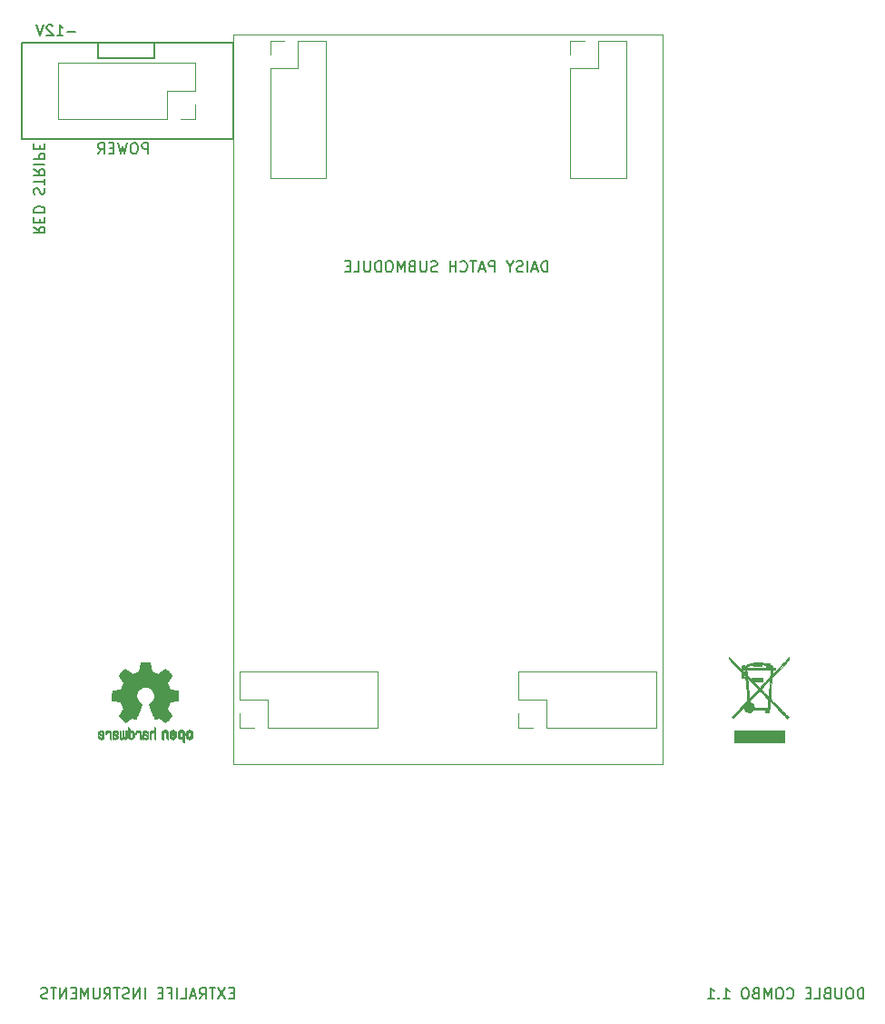
<source format=gbr>
%TF.GenerationSoftware,KiCad,Pcbnew,7.0.1*%
%TF.CreationDate,2023-10-25T20:50:29-07:00*%
%TF.ProjectId,daisy_ampsim_euro_pcb,64616973-795f-4616-9d70-73696d5f6575,rev?*%
%TF.SameCoordinates,Original*%
%TF.FileFunction,Legend,Bot*%
%TF.FilePolarity,Positive*%
%FSLAX46Y46*%
G04 Gerber Fmt 4.6, Leading zero omitted, Abs format (unit mm)*
G04 Created by KiCad (PCBNEW 7.0.1) date 2023-10-25 20:50:29*
%MOMM*%
%LPD*%
G01*
G04 APERTURE LIST*
%ADD10C,0.100000*%
%ADD11C,0.150000*%
%ADD12C,0.120000*%
%ADD13C,0.010000*%
G04 APERTURE END LIST*
D10*
X60000000Y-60000000D02*
X100000000Y-60000000D01*
X100000000Y-128000000D01*
X60000000Y-128000000D01*
X60000000Y-60000000D01*
D11*
X47375000Y-60750000D02*
X52625000Y-60750000D01*
X52625000Y-62250000D01*
X47375000Y-62250000D01*
X47375000Y-60750000D01*
X40250000Y-60750000D02*
X60000000Y-60750000D01*
X60000000Y-69750000D01*
X40250000Y-69750000D01*
X40250000Y-60750000D01*
X60011904Y-149353809D02*
X59678571Y-149353809D01*
X59535714Y-149877619D02*
X60011904Y-149877619D01*
X60011904Y-149877619D02*
X60011904Y-148877619D01*
X60011904Y-148877619D02*
X59535714Y-148877619D01*
X59202380Y-148877619D02*
X58535714Y-149877619D01*
X58535714Y-148877619D02*
X59202380Y-149877619D01*
X58297618Y-148877619D02*
X57726190Y-148877619D01*
X58011904Y-149877619D02*
X58011904Y-148877619D01*
X56821428Y-149877619D02*
X57154761Y-149401428D01*
X57392856Y-149877619D02*
X57392856Y-148877619D01*
X57392856Y-148877619D02*
X57011904Y-148877619D01*
X57011904Y-148877619D02*
X56916666Y-148925238D01*
X56916666Y-148925238D02*
X56869047Y-148972857D01*
X56869047Y-148972857D02*
X56821428Y-149068095D01*
X56821428Y-149068095D02*
X56821428Y-149210952D01*
X56821428Y-149210952D02*
X56869047Y-149306190D01*
X56869047Y-149306190D02*
X56916666Y-149353809D01*
X56916666Y-149353809D02*
X57011904Y-149401428D01*
X57011904Y-149401428D02*
X57392856Y-149401428D01*
X56440475Y-149591904D02*
X55964285Y-149591904D01*
X56535713Y-149877619D02*
X56202380Y-148877619D01*
X56202380Y-148877619D02*
X55869047Y-149877619D01*
X55059523Y-149877619D02*
X55535713Y-149877619D01*
X55535713Y-149877619D02*
X55535713Y-148877619D01*
X54726189Y-149877619D02*
X54726189Y-148877619D01*
X53916666Y-149353809D02*
X54249999Y-149353809D01*
X54249999Y-149877619D02*
X54249999Y-148877619D01*
X54249999Y-148877619D02*
X53773809Y-148877619D01*
X53392856Y-149353809D02*
X53059523Y-149353809D01*
X52916666Y-149877619D02*
X53392856Y-149877619D01*
X53392856Y-149877619D02*
X53392856Y-148877619D01*
X53392856Y-148877619D02*
X52916666Y-148877619D01*
X51726189Y-149877619D02*
X51726189Y-148877619D01*
X51249999Y-149877619D02*
X51249999Y-148877619D01*
X51249999Y-148877619D02*
X50678571Y-149877619D01*
X50678571Y-149877619D02*
X50678571Y-148877619D01*
X50249999Y-149830000D02*
X50107142Y-149877619D01*
X50107142Y-149877619D02*
X49869047Y-149877619D01*
X49869047Y-149877619D02*
X49773809Y-149830000D01*
X49773809Y-149830000D02*
X49726190Y-149782380D01*
X49726190Y-149782380D02*
X49678571Y-149687142D01*
X49678571Y-149687142D02*
X49678571Y-149591904D01*
X49678571Y-149591904D02*
X49726190Y-149496666D01*
X49726190Y-149496666D02*
X49773809Y-149449047D01*
X49773809Y-149449047D02*
X49869047Y-149401428D01*
X49869047Y-149401428D02*
X50059523Y-149353809D01*
X50059523Y-149353809D02*
X50154761Y-149306190D01*
X50154761Y-149306190D02*
X50202380Y-149258571D01*
X50202380Y-149258571D02*
X50249999Y-149163333D01*
X50249999Y-149163333D02*
X50249999Y-149068095D01*
X50249999Y-149068095D02*
X50202380Y-148972857D01*
X50202380Y-148972857D02*
X50154761Y-148925238D01*
X50154761Y-148925238D02*
X50059523Y-148877619D01*
X50059523Y-148877619D02*
X49821428Y-148877619D01*
X49821428Y-148877619D02*
X49678571Y-148925238D01*
X49392856Y-148877619D02*
X48821428Y-148877619D01*
X49107142Y-149877619D02*
X49107142Y-148877619D01*
X47916666Y-149877619D02*
X48249999Y-149401428D01*
X48488094Y-149877619D02*
X48488094Y-148877619D01*
X48488094Y-148877619D02*
X48107142Y-148877619D01*
X48107142Y-148877619D02*
X48011904Y-148925238D01*
X48011904Y-148925238D02*
X47964285Y-148972857D01*
X47964285Y-148972857D02*
X47916666Y-149068095D01*
X47916666Y-149068095D02*
X47916666Y-149210952D01*
X47916666Y-149210952D02*
X47964285Y-149306190D01*
X47964285Y-149306190D02*
X48011904Y-149353809D01*
X48011904Y-149353809D02*
X48107142Y-149401428D01*
X48107142Y-149401428D02*
X48488094Y-149401428D01*
X47488094Y-148877619D02*
X47488094Y-149687142D01*
X47488094Y-149687142D02*
X47440475Y-149782380D01*
X47440475Y-149782380D02*
X47392856Y-149830000D01*
X47392856Y-149830000D02*
X47297618Y-149877619D01*
X47297618Y-149877619D02*
X47107142Y-149877619D01*
X47107142Y-149877619D02*
X47011904Y-149830000D01*
X47011904Y-149830000D02*
X46964285Y-149782380D01*
X46964285Y-149782380D02*
X46916666Y-149687142D01*
X46916666Y-149687142D02*
X46916666Y-148877619D01*
X46440475Y-149877619D02*
X46440475Y-148877619D01*
X46440475Y-148877619D02*
X46107142Y-149591904D01*
X46107142Y-149591904D02*
X45773809Y-148877619D01*
X45773809Y-148877619D02*
X45773809Y-149877619D01*
X45297618Y-149353809D02*
X44964285Y-149353809D01*
X44821428Y-149877619D02*
X45297618Y-149877619D01*
X45297618Y-149877619D02*
X45297618Y-148877619D01*
X45297618Y-148877619D02*
X44821428Y-148877619D01*
X44392856Y-149877619D02*
X44392856Y-148877619D01*
X44392856Y-148877619D02*
X43821428Y-149877619D01*
X43821428Y-149877619D02*
X43821428Y-148877619D01*
X43488094Y-148877619D02*
X42916666Y-148877619D01*
X43202380Y-149877619D02*
X43202380Y-148877619D01*
X42630951Y-149830000D02*
X42488094Y-149877619D01*
X42488094Y-149877619D02*
X42249999Y-149877619D01*
X42249999Y-149877619D02*
X42154761Y-149830000D01*
X42154761Y-149830000D02*
X42107142Y-149782380D01*
X42107142Y-149782380D02*
X42059523Y-149687142D01*
X42059523Y-149687142D02*
X42059523Y-149591904D01*
X42059523Y-149591904D02*
X42107142Y-149496666D01*
X42107142Y-149496666D02*
X42154761Y-149449047D01*
X42154761Y-149449047D02*
X42249999Y-149401428D01*
X42249999Y-149401428D02*
X42440475Y-149353809D01*
X42440475Y-149353809D02*
X42535713Y-149306190D01*
X42535713Y-149306190D02*
X42583332Y-149258571D01*
X42583332Y-149258571D02*
X42630951Y-149163333D01*
X42630951Y-149163333D02*
X42630951Y-149068095D01*
X42630951Y-149068095D02*
X42583332Y-148972857D01*
X42583332Y-148972857D02*
X42535713Y-148925238D01*
X42535713Y-148925238D02*
X42440475Y-148877619D01*
X42440475Y-148877619D02*
X42202380Y-148877619D01*
X42202380Y-148877619D02*
X42059523Y-148925238D01*
X118761904Y-149877619D02*
X118761904Y-148877619D01*
X118761904Y-148877619D02*
X118523809Y-148877619D01*
X118523809Y-148877619D02*
X118380952Y-148925238D01*
X118380952Y-148925238D02*
X118285714Y-149020476D01*
X118285714Y-149020476D02*
X118238095Y-149115714D01*
X118238095Y-149115714D02*
X118190476Y-149306190D01*
X118190476Y-149306190D02*
X118190476Y-149449047D01*
X118190476Y-149449047D02*
X118238095Y-149639523D01*
X118238095Y-149639523D02*
X118285714Y-149734761D01*
X118285714Y-149734761D02*
X118380952Y-149830000D01*
X118380952Y-149830000D02*
X118523809Y-149877619D01*
X118523809Y-149877619D02*
X118761904Y-149877619D01*
X117571428Y-148877619D02*
X117380952Y-148877619D01*
X117380952Y-148877619D02*
X117285714Y-148925238D01*
X117285714Y-148925238D02*
X117190476Y-149020476D01*
X117190476Y-149020476D02*
X117142857Y-149210952D01*
X117142857Y-149210952D02*
X117142857Y-149544285D01*
X117142857Y-149544285D02*
X117190476Y-149734761D01*
X117190476Y-149734761D02*
X117285714Y-149830000D01*
X117285714Y-149830000D02*
X117380952Y-149877619D01*
X117380952Y-149877619D02*
X117571428Y-149877619D01*
X117571428Y-149877619D02*
X117666666Y-149830000D01*
X117666666Y-149830000D02*
X117761904Y-149734761D01*
X117761904Y-149734761D02*
X117809523Y-149544285D01*
X117809523Y-149544285D02*
X117809523Y-149210952D01*
X117809523Y-149210952D02*
X117761904Y-149020476D01*
X117761904Y-149020476D02*
X117666666Y-148925238D01*
X117666666Y-148925238D02*
X117571428Y-148877619D01*
X116714285Y-148877619D02*
X116714285Y-149687142D01*
X116714285Y-149687142D02*
X116666666Y-149782380D01*
X116666666Y-149782380D02*
X116619047Y-149830000D01*
X116619047Y-149830000D02*
X116523809Y-149877619D01*
X116523809Y-149877619D02*
X116333333Y-149877619D01*
X116333333Y-149877619D02*
X116238095Y-149830000D01*
X116238095Y-149830000D02*
X116190476Y-149782380D01*
X116190476Y-149782380D02*
X116142857Y-149687142D01*
X116142857Y-149687142D02*
X116142857Y-148877619D01*
X115333333Y-149353809D02*
X115190476Y-149401428D01*
X115190476Y-149401428D02*
X115142857Y-149449047D01*
X115142857Y-149449047D02*
X115095238Y-149544285D01*
X115095238Y-149544285D02*
X115095238Y-149687142D01*
X115095238Y-149687142D02*
X115142857Y-149782380D01*
X115142857Y-149782380D02*
X115190476Y-149830000D01*
X115190476Y-149830000D02*
X115285714Y-149877619D01*
X115285714Y-149877619D02*
X115666666Y-149877619D01*
X115666666Y-149877619D02*
X115666666Y-148877619D01*
X115666666Y-148877619D02*
X115333333Y-148877619D01*
X115333333Y-148877619D02*
X115238095Y-148925238D01*
X115238095Y-148925238D02*
X115190476Y-148972857D01*
X115190476Y-148972857D02*
X115142857Y-149068095D01*
X115142857Y-149068095D02*
X115142857Y-149163333D01*
X115142857Y-149163333D02*
X115190476Y-149258571D01*
X115190476Y-149258571D02*
X115238095Y-149306190D01*
X115238095Y-149306190D02*
X115333333Y-149353809D01*
X115333333Y-149353809D02*
X115666666Y-149353809D01*
X114190476Y-149877619D02*
X114666666Y-149877619D01*
X114666666Y-149877619D02*
X114666666Y-148877619D01*
X113857142Y-149353809D02*
X113523809Y-149353809D01*
X113380952Y-149877619D02*
X113857142Y-149877619D01*
X113857142Y-149877619D02*
X113857142Y-148877619D01*
X113857142Y-148877619D02*
X113380952Y-148877619D01*
X111619047Y-149782380D02*
X111666666Y-149830000D01*
X111666666Y-149830000D02*
X111809523Y-149877619D01*
X111809523Y-149877619D02*
X111904761Y-149877619D01*
X111904761Y-149877619D02*
X112047618Y-149830000D01*
X112047618Y-149830000D02*
X112142856Y-149734761D01*
X112142856Y-149734761D02*
X112190475Y-149639523D01*
X112190475Y-149639523D02*
X112238094Y-149449047D01*
X112238094Y-149449047D02*
X112238094Y-149306190D01*
X112238094Y-149306190D02*
X112190475Y-149115714D01*
X112190475Y-149115714D02*
X112142856Y-149020476D01*
X112142856Y-149020476D02*
X112047618Y-148925238D01*
X112047618Y-148925238D02*
X111904761Y-148877619D01*
X111904761Y-148877619D02*
X111809523Y-148877619D01*
X111809523Y-148877619D02*
X111666666Y-148925238D01*
X111666666Y-148925238D02*
X111619047Y-148972857D01*
X110999999Y-148877619D02*
X110809523Y-148877619D01*
X110809523Y-148877619D02*
X110714285Y-148925238D01*
X110714285Y-148925238D02*
X110619047Y-149020476D01*
X110619047Y-149020476D02*
X110571428Y-149210952D01*
X110571428Y-149210952D02*
X110571428Y-149544285D01*
X110571428Y-149544285D02*
X110619047Y-149734761D01*
X110619047Y-149734761D02*
X110714285Y-149830000D01*
X110714285Y-149830000D02*
X110809523Y-149877619D01*
X110809523Y-149877619D02*
X110999999Y-149877619D01*
X110999999Y-149877619D02*
X111095237Y-149830000D01*
X111095237Y-149830000D02*
X111190475Y-149734761D01*
X111190475Y-149734761D02*
X111238094Y-149544285D01*
X111238094Y-149544285D02*
X111238094Y-149210952D01*
X111238094Y-149210952D02*
X111190475Y-149020476D01*
X111190475Y-149020476D02*
X111095237Y-148925238D01*
X111095237Y-148925238D02*
X110999999Y-148877619D01*
X110142856Y-149877619D02*
X110142856Y-148877619D01*
X110142856Y-148877619D02*
X109809523Y-149591904D01*
X109809523Y-149591904D02*
X109476190Y-148877619D01*
X109476190Y-148877619D02*
X109476190Y-149877619D01*
X108666666Y-149353809D02*
X108523809Y-149401428D01*
X108523809Y-149401428D02*
X108476190Y-149449047D01*
X108476190Y-149449047D02*
X108428571Y-149544285D01*
X108428571Y-149544285D02*
X108428571Y-149687142D01*
X108428571Y-149687142D02*
X108476190Y-149782380D01*
X108476190Y-149782380D02*
X108523809Y-149830000D01*
X108523809Y-149830000D02*
X108619047Y-149877619D01*
X108619047Y-149877619D02*
X108999999Y-149877619D01*
X108999999Y-149877619D02*
X108999999Y-148877619D01*
X108999999Y-148877619D02*
X108666666Y-148877619D01*
X108666666Y-148877619D02*
X108571428Y-148925238D01*
X108571428Y-148925238D02*
X108523809Y-148972857D01*
X108523809Y-148972857D02*
X108476190Y-149068095D01*
X108476190Y-149068095D02*
X108476190Y-149163333D01*
X108476190Y-149163333D02*
X108523809Y-149258571D01*
X108523809Y-149258571D02*
X108571428Y-149306190D01*
X108571428Y-149306190D02*
X108666666Y-149353809D01*
X108666666Y-149353809D02*
X108999999Y-149353809D01*
X107809523Y-148877619D02*
X107619047Y-148877619D01*
X107619047Y-148877619D02*
X107523809Y-148925238D01*
X107523809Y-148925238D02*
X107428571Y-149020476D01*
X107428571Y-149020476D02*
X107380952Y-149210952D01*
X107380952Y-149210952D02*
X107380952Y-149544285D01*
X107380952Y-149544285D02*
X107428571Y-149734761D01*
X107428571Y-149734761D02*
X107523809Y-149830000D01*
X107523809Y-149830000D02*
X107619047Y-149877619D01*
X107619047Y-149877619D02*
X107809523Y-149877619D01*
X107809523Y-149877619D02*
X107904761Y-149830000D01*
X107904761Y-149830000D02*
X107999999Y-149734761D01*
X107999999Y-149734761D02*
X108047618Y-149544285D01*
X108047618Y-149544285D02*
X108047618Y-149210952D01*
X108047618Y-149210952D02*
X107999999Y-149020476D01*
X107999999Y-149020476D02*
X107904761Y-148925238D01*
X107904761Y-148925238D02*
X107809523Y-148877619D01*
X105666666Y-149877619D02*
X106238094Y-149877619D01*
X105952380Y-149877619D02*
X105952380Y-148877619D01*
X105952380Y-148877619D02*
X106047618Y-149020476D01*
X106047618Y-149020476D02*
X106142856Y-149115714D01*
X106142856Y-149115714D02*
X106238094Y-149163333D01*
X105238094Y-149782380D02*
X105190475Y-149830000D01*
X105190475Y-149830000D02*
X105238094Y-149877619D01*
X105238094Y-149877619D02*
X105285713Y-149830000D01*
X105285713Y-149830000D02*
X105238094Y-149782380D01*
X105238094Y-149782380D02*
X105238094Y-149877619D01*
X104238095Y-149877619D02*
X104809523Y-149877619D01*
X104523809Y-149877619D02*
X104523809Y-148877619D01*
X104523809Y-148877619D02*
X104619047Y-149020476D01*
X104619047Y-149020476D02*
X104714285Y-149115714D01*
X104714285Y-149115714D02*
X104809523Y-149163333D01*
X89261904Y-82127619D02*
X89261904Y-81127619D01*
X89261904Y-81127619D02*
X89023809Y-81127619D01*
X89023809Y-81127619D02*
X88880952Y-81175238D01*
X88880952Y-81175238D02*
X88785714Y-81270476D01*
X88785714Y-81270476D02*
X88738095Y-81365714D01*
X88738095Y-81365714D02*
X88690476Y-81556190D01*
X88690476Y-81556190D02*
X88690476Y-81699047D01*
X88690476Y-81699047D02*
X88738095Y-81889523D01*
X88738095Y-81889523D02*
X88785714Y-81984761D01*
X88785714Y-81984761D02*
X88880952Y-82080000D01*
X88880952Y-82080000D02*
X89023809Y-82127619D01*
X89023809Y-82127619D02*
X89261904Y-82127619D01*
X88309523Y-81841904D02*
X87833333Y-81841904D01*
X88404761Y-82127619D02*
X88071428Y-81127619D01*
X88071428Y-81127619D02*
X87738095Y-82127619D01*
X87404761Y-82127619D02*
X87404761Y-81127619D01*
X86976190Y-82080000D02*
X86833333Y-82127619D01*
X86833333Y-82127619D02*
X86595238Y-82127619D01*
X86595238Y-82127619D02*
X86500000Y-82080000D01*
X86500000Y-82080000D02*
X86452381Y-82032380D01*
X86452381Y-82032380D02*
X86404762Y-81937142D01*
X86404762Y-81937142D02*
X86404762Y-81841904D01*
X86404762Y-81841904D02*
X86452381Y-81746666D01*
X86452381Y-81746666D02*
X86500000Y-81699047D01*
X86500000Y-81699047D02*
X86595238Y-81651428D01*
X86595238Y-81651428D02*
X86785714Y-81603809D01*
X86785714Y-81603809D02*
X86880952Y-81556190D01*
X86880952Y-81556190D02*
X86928571Y-81508571D01*
X86928571Y-81508571D02*
X86976190Y-81413333D01*
X86976190Y-81413333D02*
X86976190Y-81318095D01*
X86976190Y-81318095D02*
X86928571Y-81222857D01*
X86928571Y-81222857D02*
X86880952Y-81175238D01*
X86880952Y-81175238D02*
X86785714Y-81127619D01*
X86785714Y-81127619D02*
X86547619Y-81127619D01*
X86547619Y-81127619D02*
X86404762Y-81175238D01*
X85785714Y-81651428D02*
X85785714Y-82127619D01*
X86119047Y-81127619D02*
X85785714Y-81651428D01*
X85785714Y-81651428D02*
X85452381Y-81127619D01*
X84357142Y-82127619D02*
X84357142Y-81127619D01*
X84357142Y-81127619D02*
X83976190Y-81127619D01*
X83976190Y-81127619D02*
X83880952Y-81175238D01*
X83880952Y-81175238D02*
X83833333Y-81222857D01*
X83833333Y-81222857D02*
X83785714Y-81318095D01*
X83785714Y-81318095D02*
X83785714Y-81460952D01*
X83785714Y-81460952D02*
X83833333Y-81556190D01*
X83833333Y-81556190D02*
X83880952Y-81603809D01*
X83880952Y-81603809D02*
X83976190Y-81651428D01*
X83976190Y-81651428D02*
X84357142Y-81651428D01*
X83404761Y-81841904D02*
X82928571Y-81841904D01*
X83499999Y-82127619D02*
X83166666Y-81127619D01*
X83166666Y-81127619D02*
X82833333Y-82127619D01*
X82642856Y-81127619D02*
X82071428Y-81127619D01*
X82357142Y-82127619D02*
X82357142Y-81127619D01*
X81166666Y-82032380D02*
X81214285Y-82080000D01*
X81214285Y-82080000D02*
X81357142Y-82127619D01*
X81357142Y-82127619D02*
X81452380Y-82127619D01*
X81452380Y-82127619D02*
X81595237Y-82080000D01*
X81595237Y-82080000D02*
X81690475Y-81984761D01*
X81690475Y-81984761D02*
X81738094Y-81889523D01*
X81738094Y-81889523D02*
X81785713Y-81699047D01*
X81785713Y-81699047D02*
X81785713Y-81556190D01*
X81785713Y-81556190D02*
X81738094Y-81365714D01*
X81738094Y-81365714D02*
X81690475Y-81270476D01*
X81690475Y-81270476D02*
X81595237Y-81175238D01*
X81595237Y-81175238D02*
X81452380Y-81127619D01*
X81452380Y-81127619D02*
X81357142Y-81127619D01*
X81357142Y-81127619D02*
X81214285Y-81175238D01*
X81214285Y-81175238D02*
X81166666Y-81222857D01*
X80738094Y-82127619D02*
X80738094Y-81127619D01*
X80738094Y-81603809D02*
X80166666Y-81603809D01*
X80166666Y-82127619D02*
X80166666Y-81127619D01*
X78976189Y-82080000D02*
X78833332Y-82127619D01*
X78833332Y-82127619D02*
X78595237Y-82127619D01*
X78595237Y-82127619D02*
X78499999Y-82080000D01*
X78499999Y-82080000D02*
X78452380Y-82032380D01*
X78452380Y-82032380D02*
X78404761Y-81937142D01*
X78404761Y-81937142D02*
X78404761Y-81841904D01*
X78404761Y-81841904D02*
X78452380Y-81746666D01*
X78452380Y-81746666D02*
X78499999Y-81699047D01*
X78499999Y-81699047D02*
X78595237Y-81651428D01*
X78595237Y-81651428D02*
X78785713Y-81603809D01*
X78785713Y-81603809D02*
X78880951Y-81556190D01*
X78880951Y-81556190D02*
X78928570Y-81508571D01*
X78928570Y-81508571D02*
X78976189Y-81413333D01*
X78976189Y-81413333D02*
X78976189Y-81318095D01*
X78976189Y-81318095D02*
X78928570Y-81222857D01*
X78928570Y-81222857D02*
X78880951Y-81175238D01*
X78880951Y-81175238D02*
X78785713Y-81127619D01*
X78785713Y-81127619D02*
X78547618Y-81127619D01*
X78547618Y-81127619D02*
X78404761Y-81175238D01*
X77976189Y-81127619D02*
X77976189Y-81937142D01*
X77976189Y-81937142D02*
X77928570Y-82032380D01*
X77928570Y-82032380D02*
X77880951Y-82080000D01*
X77880951Y-82080000D02*
X77785713Y-82127619D01*
X77785713Y-82127619D02*
X77595237Y-82127619D01*
X77595237Y-82127619D02*
X77499999Y-82080000D01*
X77499999Y-82080000D02*
X77452380Y-82032380D01*
X77452380Y-82032380D02*
X77404761Y-81937142D01*
X77404761Y-81937142D02*
X77404761Y-81127619D01*
X76595237Y-81603809D02*
X76452380Y-81651428D01*
X76452380Y-81651428D02*
X76404761Y-81699047D01*
X76404761Y-81699047D02*
X76357142Y-81794285D01*
X76357142Y-81794285D02*
X76357142Y-81937142D01*
X76357142Y-81937142D02*
X76404761Y-82032380D01*
X76404761Y-82032380D02*
X76452380Y-82080000D01*
X76452380Y-82080000D02*
X76547618Y-82127619D01*
X76547618Y-82127619D02*
X76928570Y-82127619D01*
X76928570Y-82127619D02*
X76928570Y-81127619D01*
X76928570Y-81127619D02*
X76595237Y-81127619D01*
X76595237Y-81127619D02*
X76499999Y-81175238D01*
X76499999Y-81175238D02*
X76452380Y-81222857D01*
X76452380Y-81222857D02*
X76404761Y-81318095D01*
X76404761Y-81318095D02*
X76404761Y-81413333D01*
X76404761Y-81413333D02*
X76452380Y-81508571D01*
X76452380Y-81508571D02*
X76499999Y-81556190D01*
X76499999Y-81556190D02*
X76595237Y-81603809D01*
X76595237Y-81603809D02*
X76928570Y-81603809D01*
X75928570Y-82127619D02*
X75928570Y-81127619D01*
X75928570Y-81127619D02*
X75595237Y-81841904D01*
X75595237Y-81841904D02*
X75261904Y-81127619D01*
X75261904Y-81127619D02*
X75261904Y-82127619D01*
X74595237Y-81127619D02*
X74404761Y-81127619D01*
X74404761Y-81127619D02*
X74309523Y-81175238D01*
X74309523Y-81175238D02*
X74214285Y-81270476D01*
X74214285Y-81270476D02*
X74166666Y-81460952D01*
X74166666Y-81460952D02*
X74166666Y-81794285D01*
X74166666Y-81794285D02*
X74214285Y-81984761D01*
X74214285Y-81984761D02*
X74309523Y-82080000D01*
X74309523Y-82080000D02*
X74404761Y-82127619D01*
X74404761Y-82127619D02*
X74595237Y-82127619D01*
X74595237Y-82127619D02*
X74690475Y-82080000D01*
X74690475Y-82080000D02*
X74785713Y-81984761D01*
X74785713Y-81984761D02*
X74833332Y-81794285D01*
X74833332Y-81794285D02*
X74833332Y-81460952D01*
X74833332Y-81460952D02*
X74785713Y-81270476D01*
X74785713Y-81270476D02*
X74690475Y-81175238D01*
X74690475Y-81175238D02*
X74595237Y-81127619D01*
X73738094Y-82127619D02*
X73738094Y-81127619D01*
X73738094Y-81127619D02*
X73499999Y-81127619D01*
X73499999Y-81127619D02*
X73357142Y-81175238D01*
X73357142Y-81175238D02*
X73261904Y-81270476D01*
X73261904Y-81270476D02*
X73214285Y-81365714D01*
X73214285Y-81365714D02*
X73166666Y-81556190D01*
X73166666Y-81556190D02*
X73166666Y-81699047D01*
X73166666Y-81699047D02*
X73214285Y-81889523D01*
X73214285Y-81889523D02*
X73261904Y-81984761D01*
X73261904Y-81984761D02*
X73357142Y-82080000D01*
X73357142Y-82080000D02*
X73499999Y-82127619D01*
X73499999Y-82127619D02*
X73738094Y-82127619D01*
X72738094Y-81127619D02*
X72738094Y-81937142D01*
X72738094Y-81937142D02*
X72690475Y-82032380D01*
X72690475Y-82032380D02*
X72642856Y-82080000D01*
X72642856Y-82080000D02*
X72547618Y-82127619D01*
X72547618Y-82127619D02*
X72357142Y-82127619D01*
X72357142Y-82127619D02*
X72261904Y-82080000D01*
X72261904Y-82080000D02*
X72214285Y-82032380D01*
X72214285Y-82032380D02*
X72166666Y-81937142D01*
X72166666Y-81937142D02*
X72166666Y-81127619D01*
X71214285Y-82127619D02*
X71690475Y-82127619D01*
X71690475Y-82127619D02*
X71690475Y-81127619D01*
X70880951Y-81603809D02*
X70547618Y-81603809D01*
X70404761Y-82127619D02*
X70880951Y-82127619D01*
X70880951Y-82127619D02*
X70880951Y-81127619D01*
X70880951Y-81127619D02*
X70404761Y-81127619D01*
X45261904Y-59746666D02*
X44500000Y-59746666D01*
X43500000Y-60127619D02*
X44071428Y-60127619D01*
X43785714Y-60127619D02*
X43785714Y-59127619D01*
X43785714Y-59127619D02*
X43880952Y-59270476D01*
X43880952Y-59270476D02*
X43976190Y-59365714D01*
X43976190Y-59365714D02*
X44071428Y-59413333D01*
X43119047Y-59222857D02*
X43071428Y-59175238D01*
X43071428Y-59175238D02*
X42976190Y-59127619D01*
X42976190Y-59127619D02*
X42738095Y-59127619D01*
X42738095Y-59127619D02*
X42642857Y-59175238D01*
X42642857Y-59175238D02*
X42595238Y-59222857D01*
X42595238Y-59222857D02*
X42547619Y-59318095D01*
X42547619Y-59318095D02*
X42547619Y-59413333D01*
X42547619Y-59413333D02*
X42595238Y-59556190D01*
X42595238Y-59556190D02*
X43166666Y-60127619D01*
X43166666Y-60127619D02*
X42547619Y-60127619D01*
X42261904Y-59127619D02*
X41928571Y-60127619D01*
X41928571Y-60127619D02*
X41595238Y-59127619D01*
X52011904Y-71127619D02*
X52011904Y-70127619D01*
X52011904Y-70127619D02*
X51630952Y-70127619D01*
X51630952Y-70127619D02*
X51535714Y-70175238D01*
X51535714Y-70175238D02*
X51488095Y-70222857D01*
X51488095Y-70222857D02*
X51440476Y-70318095D01*
X51440476Y-70318095D02*
X51440476Y-70460952D01*
X51440476Y-70460952D02*
X51488095Y-70556190D01*
X51488095Y-70556190D02*
X51535714Y-70603809D01*
X51535714Y-70603809D02*
X51630952Y-70651428D01*
X51630952Y-70651428D02*
X52011904Y-70651428D01*
X50821428Y-70127619D02*
X50630952Y-70127619D01*
X50630952Y-70127619D02*
X50535714Y-70175238D01*
X50535714Y-70175238D02*
X50440476Y-70270476D01*
X50440476Y-70270476D02*
X50392857Y-70460952D01*
X50392857Y-70460952D02*
X50392857Y-70794285D01*
X50392857Y-70794285D02*
X50440476Y-70984761D01*
X50440476Y-70984761D02*
X50535714Y-71080000D01*
X50535714Y-71080000D02*
X50630952Y-71127619D01*
X50630952Y-71127619D02*
X50821428Y-71127619D01*
X50821428Y-71127619D02*
X50916666Y-71080000D01*
X50916666Y-71080000D02*
X51011904Y-70984761D01*
X51011904Y-70984761D02*
X51059523Y-70794285D01*
X51059523Y-70794285D02*
X51059523Y-70460952D01*
X51059523Y-70460952D02*
X51011904Y-70270476D01*
X51011904Y-70270476D02*
X50916666Y-70175238D01*
X50916666Y-70175238D02*
X50821428Y-70127619D01*
X50059523Y-70127619D02*
X49821428Y-71127619D01*
X49821428Y-71127619D02*
X49630952Y-70413333D01*
X49630952Y-70413333D02*
X49440476Y-71127619D01*
X49440476Y-71127619D02*
X49202381Y-70127619D01*
X48821428Y-70603809D02*
X48488095Y-70603809D01*
X48345238Y-71127619D02*
X48821428Y-71127619D01*
X48821428Y-71127619D02*
X48821428Y-70127619D01*
X48821428Y-70127619D02*
X48345238Y-70127619D01*
X47345238Y-71127619D02*
X47678571Y-70651428D01*
X47916666Y-71127619D02*
X47916666Y-70127619D01*
X47916666Y-70127619D02*
X47535714Y-70127619D01*
X47535714Y-70127619D02*
X47440476Y-70175238D01*
X47440476Y-70175238D02*
X47392857Y-70222857D01*
X47392857Y-70222857D02*
X47345238Y-70318095D01*
X47345238Y-70318095D02*
X47345238Y-70460952D01*
X47345238Y-70460952D02*
X47392857Y-70556190D01*
X47392857Y-70556190D02*
X47440476Y-70603809D01*
X47440476Y-70603809D02*
X47535714Y-70651428D01*
X47535714Y-70651428D02*
X47916666Y-70651428D01*
X41372380Y-77940476D02*
X41848571Y-78273809D01*
X41372380Y-78511904D02*
X42372380Y-78511904D01*
X42372380Y-78511904D02*
X42372380Y-78130952D01*
X42372380Y-78130952D02*
X42324761Y-78035714D01*
X42324761Y-78035714D02*
X42277142Y-77988095D01*
X42277142Y-77988095D02*
X42181904Y-77940476D01*
X42181904Y-77940476D02*
X42039047Y-77940476D01*
X42039047Y-77940476D02*
X41943809Y-77988095D01*
X41943809Y-77988095D02*
X41896190Y-78035714D01*
X41896190Y-78035714D02*
X41848571Y-78130952D01*
X41848571Y-78130952D02*
X41848571Y-78511904D01*
X41896190Y-77511904D02*
X41896190Y-77178571D01*
X41372380Y-77035714D02*
X41372380Y-77511904D01*
X41372380Y-77511904D02*
X42372380Y-77511904D01*
X42372380Y-77511904D02*
X42372380Y-77035714D01*
X41372380Y-76607142D02*
X42372380Y-76607142D01*
X42372380Y-76607142D02*
X42372380Y-76369047D01*
X42372380Y-76369047D02*
X42324761Y-76226190D01*
X42324761Y-76226190D02*
X42229523Y-76130952D01*
X42229523Y-76130952D02*
X42134285Y-76083333D01*
X42134285Y-76083333D02*
X41943809Y-76035714D01*
X41943809Y-76035714D02*
X41800952Y-76035714D01*
X41800952Y-76035714D02*
X41610476Y-76083333D01*
X41610476Y-76083333D02*
X41515238Y-76130952D01*
X41515238Y-76130952D02*
X41420000Y-76226190D01*
X41420000Y-76226190D02*
X41372380Y-76369047D01*
X41372380Y-76369047D02*
X41372380Y-76607142D01*
X41420000Y-74892856D02*
X41372380Y-74749999D01*
X41372380Y-74749999D02*
X41372380Y-74511904D01*
X41372380Y-74511904D02*
X41420000Y-74416666D01*
X41420000Y-74416666D02*
X41467619Y-74369047D01*
X41467619Y-74369047D02*
X41562857Y-74321428D01*
X41562857Y-74321428D02*
X41658095Y-74321428D01*
X41658095Y-74321428D02*
X41753333Y-74369047D01*
X41753333Y-74369047D02*
X41800952Y-74416666D01*
X41800952Y-74416666D02*
X41848571Y-74511904D01*
X41848571Y-74511904D02*
X41896190Y-74702380D01*
X41896190Y-74702380D02*
X41943809Y-74797618D01*
X41943809Y-74797618D02*
X41991428Y-74845237D01*
X41991428Y-74845237D02*
X42086666Y-74892856D01*
X42086666Y-74892856D02*
X42181904Y-74892856D01*
X42181904Y-74892856D02*
X42277142Y-74845237D01*
X42277142Y-74845237D02*
X42324761Y-74797618D01*
X42324761Y-74797618D02*
X42372380Y-74702380D01*
X42372380Y-74702380D02*
X42372380Y-74464285D01*
X42372380Y-74464285D02*
X42324761Y-74321428D01*
X42372380Y-74035713D02*
X42372380Y-73464285D01*
X41372380Y-73749999D02*
X42372380Y-73749999D01*
X41372380Y-72559523D02*
X41848571Y-72892856D01*
X41372380Y-73130951D02*
X42372380Y-73130951D01*
X42372380Y-73130951D02*
X42372380Y-72749999D01*
X42372380Y-72749999D02*
X42324761Y-72654761D01*
X42324761Y-72654761D02*
X42277142Y-72607142D01*
X42277142Y-72607142D02*
X42181904Y-72559523D01*
X42181904Y-72559523D02*
X42039047Y-72559523D01*
X42039047Y-72559523D02*
X41943809Y-72607142D01*
X41943809Y-72607142D02*
X41896190Y-72654761D01*
X41896190Y-72654761D02*
X41848571Y-72749999D01*
X41848571Y-72749999D02*
X41848571Y-73130951D01*
X41372380Y-72130951D02*
X42372380Y-72130951D01*
X41372380Y-71654761D02*
X42372380Y-71654761D01*
X42372380Y-71654761D02*
X42372380Y-71273809D01*
X42372380Y-71273809D02*
X42324761Y-71178571D01*
X42324761Y-71178571D02*
X42277142Y-71130952D01*
X42277142Y-71130952D02*
X42181904Y-71083333D01*
X42181904Y-71083333D02*
X42039047Y-71083333D01*
X42039047Y-71083333D02*
X41943809Y-71130952D01*
X41943809Y-71130952D02*
X41896190Y-71178571D01*
X41896190Y-71178571D02*
X41848571Y-71273809D01*
X41848571Y-71273809D02*
X41848571Y-71654761D01*
X41896190Y-70654761D02*
X41896190Y-70321428D01*
X41372380Y-70178571D02*
X41372380Y-70654761D01*
X41372380Y-70654761D02*
X42372380Y-70654761D01*
X42372380Y-70654761D02*
X42372380Y-70178571D01*
D12*
%TO.C,J_D1*%
X96600000Y-73410000D02*
X91400000Y-73410000D01*
X96600000Y-60590000D02*
X96600000Y-73410000D01*
X96600000Y-60590000D02*
X94000000Y-60590000D01*
X94000000Y-63190000D02*
X91400000Y-63190000D01*
X94000000Y-60590000D02*
X94000000Y-63190000D01*
X92730000Y-60590000D02*
X91400000Y-60590000D01*
X91400000Y-63190000D02*
X91400000Y-73410000D01*
X91400000Y-60590000D02*
X91400000Y-61920000D01*
%TO.C,J_B1*%
X73410000Y-119400000D02*
X73410000Y-124600000D01*
X60590000Y-119400000D02*
X73410000Y-119400000D01*
X60590000Y-119400000D02*
X60590000Y-122000000D01*
X63190000Y-122000000D02*
X63190000Y-124600000D01*
X60590000Y-122000000D02*
X63190000Y-122000000D01*
X60590000Y-123270000D02*
X60590000Y-124600000D01*
X63190000Y-124600000D02*
X73410000Y-124600000D01*
X60590000Y-124600000D02*
X61920000Y-124600000D01*
%TO.C,REF\u002A\u002A*%
D13*
X111356184Y-126010526D02*
X106677237Y-126010526D01*
X106677237Y-124857500D01*
X111356184Y-124857500D01*
X111356184Y-126010526D01*
G36*
X111356184Y-126010526D02*
G01*
X106677237Y-126010526D01*
X106677237Y-124857500D01*
X111356184Y-124857500D01*
X111356184Y-126010526D01*
G37*
X109985937Y-118641184D02*
X109985938Y-118645362D01*
X109986595Y-118662572D01*
X109995141Y-118691467D01*
X110019466Y-118715972D01*
X110066918Y-118745143D01*
X110108573Y-118771793D01*
X110171989Y-118822960D01*
X110229460Y-118880400D01*
X110273422Y-118936279D01*
X110296311Y-118982762D01*
X110301919Y-119000674D01*
X110312309Y-119012970D01*
X110315812Y-119017116D01*
X110344445Y-119024083D01*
X110397141Y-119025526D01*
X110487237Y-119025526D01*
X110487237Y-119175921D01*
X110275228Y-119175921D01*
X110255433Y-119412183D01*
X110252775Y-119444483D01*
X110246583Y-119525340D01*
X110242208Y-119591135D01*
X110240030Y-119635791D01*
X110240426Y-119653233D01*
X110246185Y-119648219D01*
X110272462Y-119622083D01*
X110317888Y-119575758D01*
X110380166Y-119511647D01*
X110456997Y-119432150D01*
X110546080Y-119339669D01*
X110645119Y-119236606D01*
X110751814Y-119125362D01*
X110863865Y-119008338D01*
X110978975Y-118887936D01*
X111094844Y-118766558D01*
X111209174Y-118646604D01*
X111319666Y-118530476D01*
X111424021Y-118420575D01*
X111519940Y-118319304D01*
X111605124Y-118229063D01*
X111677275Y-118152253D01*
X111806194Y-118014539D01*
X111806781Y-118131852D01*
X111807368Y-118249164D01*
X111009286Y-119088485D01*
X110211204Y-119927807D01*
X110195250Y-120119106D01*
X110131419Y-120884528D01*
X110120138Y-121020287D01*
X110106140Y-121190154D01*
X110093220Y-121348505D01*
X110081627Y-121492228D01*
X110071607Y-121618210D01*
X110063407Y-121723338D01*
X110057274Y-121804501D01*
X110053456Y-121858586D01*
X110052199Y-121882480D01*
X110055517Y-121893429D01*
X110070429Y-121917071D01*
X110098709Y-121952703D01*
X110112358Y-121968277D01*
X110141864Y-122001948D01*
X110201399Y-122066428D01*
X110278820Y-122147768D01*
X110375632Y-122247591D01*
X110493342Y-122367520D01*
X110633454Y-122509179D01*
X110725628Y-122602136D01*
X110854119Y-122731795D01*
X110982159Y-122861079D01*
X111105900Y-122986097D01*
X111221492Y-123102959D01*
X111325085Y-123207774D01*
X111412831Y-123296652D01*
X111480881Y-123365702D01*
X111747617Y-123636757D01*
X111699169Y-123687326D01*
X111687743Y-123698719D01*
X111654035Y-123726697D01*
X111630910Y-123737895D01*
X111612805Y-123728335D01*
X111579145Y-123699649D01*
X111538792Y-123658520D01*
X111514230Y-123632542D01*
X111468423Y-123585104D01*
X111403683Y-123518566D01*
X111322295Y-123435263D01*
X111226545Y-123337528D01*
X111118721Y-123227695D01*
X111001108Y-123108096D01*
X110875992Y-122981066D01*
X110745659Y-122848938D01*
X110024831Y-122118732D01*
X109995469Y-122498017D01*
X109989068Y-122578972D01*
X109979721Y-122687793D01*
X109971290Y-122770217D01*
X109963151Y-122830575D01*
X109954679Y-122873200D01*
X109945250Y-122902424D01*
X109934237Y-122922580D01*
X109918825Y-122950750D01*
X109906143Y-123002539D01*
X109902368Y-123077152D01*
X109902368Y-123186447D01*
X109601579Y-123186447D01*
X109601579Y-122952500D01*
X108477832Y-122952500D01*
X108412875Y-123026295D01*
X108395110Y-123045511D01*
X108298831Y-123122712D01*
X108190049Y-123170239D01*
X108072262Y-123186447D01*
X107968327Y-123177854D01*
X107850770Y-123141628D01*
X107750134Y-123076882D01*
X107730520Y-123058378D01*
X107681503Y-122998475D01*
X107638497Y-122928693D01*
X107607658Y-122859909D01*
X107595141Y-122803002D01*
X107594899Y-122794741D01*
X107593099Y-122764471D01*
X107588392Y-122743563D01*
X107578544Y-122733669D01*
X107561323Y-122736444D01*
X107534494Y-122753540D01*
X107495824Y-122786610D01*
X107443080Y-122837307D01*
X107374028Y-122907285D01*
X107286434Y-122998197D01*
X107178065Y-123111695D01*
X107120342Y-123172280D01*
X107023855Y-123273718D01*
X106932568Y-123369889D01*
X106850059Y-123457013D01*
X106779906Y-123531311D01*
X106725685Y-123589003D01*
X106690974Y-123626310D01*
X106596092Y-123729539D01*
X106537449Y-123671052D01*
X106478805Y-123612566D01*
X107204179Y-122852237D01*
X107249916Y-122804263D01*
X107412633Y-122632940D01*
X107552313Y-122484738D01*
X107669373Y-122359198D01*
X107764233Y-122255861D01*
X107831309Y-122180967D01*
X108105947Y-122180967D01*
X108108106Y-122198589D01*
X108108483Y-122200430D01*
X108126480Y-122242171D01*
X108162428Y-122261620D01*
X108273237Y-122303083D01*
X108371963Y-122372156D01*
X108449611Y-122463524D01*
X108502828Y-122573195D01*
X108528258Y-122697173D01*
X108536681Y-122802105D01*
X109798482Y-122802105D01*
X109807280Y-122764506D01*
X109808836Y-122755279D01*
X109813672Y-122714018D01*
X109820271Y-122647304D01*
X109828142Y-122560453D01*
X109836797Y-122458777D01*
X109845743Y-122347592D01*
X109875409Y-121968277D01*
X109475532Y-121562198D01*
X109402187Y-121487961D01*
X109312447Y-121397837D01*
X109231940Y-121317775D01*
X109163488Y-121250542D01*
X109109917Y-121198910D01*
X109074052Y-121165646D01*
X109058715Y-121153521D01*
X109048431Y-121159314D01*
X109017801Y-121185675D01*
X108971705Y-121229709D01*
X108914265Y-121287444D01*
X108849605Y-121354911D01*
X108832738Y-121372804D01*
X108757107Y-121452839D01*
X108666984Y-121547977D01*
X108569155Y-121651067D01*
X108470405Y-121754956D01*
X108377520Y-121852493D01*
X108371940Y-121858346D01*
X108285584Y-121949214D01*
X108219690Y-122019577D01*
X108171651Y-122072783D01*
X108138863Y-122112177D01*
X108118720Y-122141108D01*
X108108616Y-122162922D01*
X108105947Y-122180967D01*
X107831309Y-122180967D01*
X107837311Y-122174266D01*
X107889026Y-122113955D01*
X107919796Y-122074466D01*
X107930040Y-122055342D01*
X107930041Y-122055229D01*
X107928636Y-122031394D01*
X107924531Y-121977967D01*
X107918048Y-121898584D01*
X107909508Y-121796880D01*
X107899233Y-121676493D01*
X107887544Y-121541057D01*
X107874763Y-121394211D01*
X107861212Y-121239590D01*
X107847212Y-121080830D01*
X107833085Y-120921568D01*
X107819153Y-120765441D01*
X107805736Y-120616083D01*
X107793157Y-120477133D01*
X107781738Y-120352226D01*
X107771799Y-120244998D01*
X107763662Y-120159087D01*
X107757650Y-120098127D01*
X107754083Y-120065756D01*
X107746891Y-120011538D01*
X107918573Y-120011538D01*
X107920772Y-120052630D01*
X107925611Y-120121735D01*
X107932848Y-120215870D01*
X107942241Y-120332053D01*
X107953547Y-120467299D01*
X107966523Y-120618627D01*
X107980929Y-120783054D01*
X107996521Y-120957597D01*
X108008710Y-121092206D01*
X108023976Y-121259145D01*
X108038269Y-121413618D01*
X108051305Y-121552649D01*
X108062800Y-121673264D01*
X108072470Y-121772489D01*
X108080030Y-121847348D01*
X108085197Y-121894867D01*
X108087686Y-121912072D01*
X108095236Y-121906742D01*
X108122922Y-121880578D01*
X108167909Y-121835637D01*
X108227100Y-121775191D01*
X108297399Y-121702509D01*
X108375708Y-121620864D01*
X108458930Y-121533526D01*
X108543969Y-121443767D01*
X108627727Y-121354858D01*
X108707107Y-121270070D01*
X108779013Y-121192673D01*
X108840347Y-121125941D01*
X108888013Y-121073142D01*
X108918913Y-121037550D01*
X108927941Y-121025186D01*
X109169574Y-121025186D01*
X109535971Y-121391299D01*
X109625569Y-121480679D01*
X109710013Y-121564320D01*
X109775427Y-121628027D01*
X109824208Y-121673868D01*
X109858753Y-121703909D01*
X109881459Y-121720218D01*
X109894722Y-121724862D01*
X109900940Y-121719908D01*
X109902509Y-121707423D01*
X109903515Y-121687363D01*
X109907140Y-121635712D01*
X109913130Y-121557320D01*
X109921198Y-121455759D01*
X109931055Y-121334602D01*
X109942413Y-121197421D01*
X109954984Y-121047787D01*
X109968480Y-120889271D01*
X109980395Y-120749563D01*
X109992811Y-120602414D01*
X110003943Y-120468805D01*
X110013526Y-120352028D01*
X110021290Y-120255378D01*
X110026969Y-120182145D01*
X110030297Y-120135624D01*
X110031004Y-120119106D01*
X110030444Y-120119416D01*
X110014663Y-120134623D01*
X109979606Y-120170303D01*
X109928363Y-120223220D01*
X109864019Y-120290139D01*
X109789664Y-120367823D01*
X109708385Y-120453036D01*
X109623270Y-120542541D01*
X109537406Y-120633102D01*
X109453881Y-120721483D01*
X109375784Y-120804448D01*
X109306202Y-120878760D01*
X109172141Y-121022434D01*
X109169574Y-121025186D01*
X108927941Y-121025186D01*
X108929951Y-121022434D01*
X108919131Y-121007785D01*
X108887674Y-120972722D01*
X108838503Y-120920265D01*
X108774544Y-120853372D01*
X108698723Y-120774999D01*
X108613967Y-120688103D01*
X108523202Y-120595641D01*
X108429356Y-120500569D01*
X108335354Y-120405845D01*
X108244124Y-120314424D01*
X108158591Y-120229265D01*
X108081683Y-120153323D01*
X108016326Y-120089556D01*
X107965446Y-120040920D01*
X107931970Y-120010372D01*
X107918824Y-120000868D01*
X107918573Y-120011538D01*
X107746891Y-120011538D01*
X107744663Y-119994737D01*
X107379079Y-119994737D01*
X107378870Y-119861052D01*
X107512763Y-119861052D01*
X107621382Y-119861052D01*
X107631045Y-119861044D01*
X107685604Y-119859880D01*
X107715276Y-119854902D01*
X107727571Y-119843477D01*
X107730000Y-119822971D01*
X107719301Y-119792829D01*
X107682654Y-119742687D01*
X107621382Y-119677237D01*
X107512763Y-119569584D01*
X107512763Y-119861052D01*
X107378870Y-119861052D01*
X107378641Y-119714835D01*
X107378204Y-119434934D01*
X106777885Y-118825000D01*
X106177567Y-118215066D01*
X106176744Y-118099337D01*
X106175921Y-117983610D01*
X106895969Y-118713449D01*
X106965564Y-118783944D01*
X107109975Y-118929828D01*
X107233442Y-119053875D01*
X107337560Y-119157611D01*
X107423925Y-119242562D01*
X107494132Y-119310256D01*
X107549776Y-119362219D01*
X107592452Y-119399977D01*
X107623756Y-119425057D01*
X107645282Y-119438986D01*
X107658625Y-119443289D01*
X107681125Y-119441986D01*
X107693756Y-119432468D01*
X107695934Y-119406427D01*
X107690697Y-119355559D01*
X107687086Y-119323533D01*
X107682061Y-119270002D01*
X107680037Y-119234408D01*
X107679045Y-119222138D01*
X107669386Y-119208996D01*
X107642703Y-119204641D01*
X107590902Y-119206542D01*
X107577676Y-119207287D01*
X107524733Y-119206447D01*
X107487073Y-119194813D01*
X107460529Y-119175921D01*
X107836974Y-119175921D01*
X107842504Y-119238585D01*
X107845058Y-119267017D01*
X107853018Y-119344642D01*
X107860861Y-119395769D01*
X107870031Y-119425711D01*
X107881973Y-119439780D01*
X107898129Y-119443289D01*
X107912656Y-119445679D01*
X107922289Y-119457098D01*
X107927672Y-119483645D01*
X107930015Y-119531414D01*
X107930526Y-119606502D01*
X107930526Y-119769715D01*
X107983948Y-119822971D01*
X108114342Y-119952960D01*
X108298158Y-120136206D01*
X108298158Y-119994737D01*
X109300790Y-119994737D01*
X109300790Y-120312237D01*
X108478827Y-120312237D01*
X108757589Y-120600493D01*
X108810984Y-120655548D01*
X108884817Y-120731120D01*
X108948929Y-120796082D01*
X108999961Y-120847060D01*
X109034557Y-120880681D01*
X109049357Y-120893574D01*
X109054983Y-120890018D01*
X109081363Y-120866118D01*
X109126849Y-120821862D01*
X109189012Y-120759708D01*
X109265422Y-120682115D01*
X109353649Y-120591540D01*
X109451262Y-120490441D01*
X109555833Y-120381275D01*
X109660940Y-120270964D01*
X109763974Y-120162246D01*
X109847530Y-120073136D01*
X109913654Y-120001271D01*
X109964387Y-119944289D01*
X110001775Y-119899828D01*
X110027860Y-119865525D01*
X110044687Y-119839017D01*
X110054298Y-119817942D01*
X110058739Y-119799939D01*
X110059916Y-119791169D01*
X110065136Y-119742847D01*
X110071742Y-119671707D01*
X110079008Y-119585861D01*
X110086207Y-119493421D01*
X110088648Y-119461225D01*
X110095701Y-119374236D01*
X110102425Y-119299203D01*
X110108160Y-119243255D01*
X110112240Y-119213520D01*
X110120242Y-119175921D01*
X107836974Y-119175921D01*
X107460529Y-119175921D01*
X107449956Y-119168396D01*
X107443563Y-119162835D01*
X107391285Y-119095487D01*
X107370581Y-119025526D01*
X107823481Y-119025526D01*
X109703306Y-119025526D01*
X109985921Y-119025526D01*
X110061706Y-119025526D01*
X110084412Y-119025366D01*
X110118054Y-119022442D01*
X110127766Y-119012970D01*
X110120227Y-118993267D01*
X110117999Y-118989511D01*
X110092990Y-118960623D01*
X110056757Y-118928563D01*
X110020613Y-118902560D01*
X109995874Y-118891842D01*
X109993650Y-118893536D01*
X109988131Y-118916810D01*
X109985921Y-118958684D01*
X109985921Y-119025526D01*
X109703306Y-119025526D01*
X109698397Y-118905007D01*
X109693487Y-118784488D01*
X109593224Y-118764348D01*
X109542943Y-118755214D01*
X109458975Y-118742425D01*
X109380165Y-118732776D01*
X109267368Y-118721345D01*
X109267368Y-118858421D01*
X108498684Y-118858421D01*
X108498684Y-118737596D01*
X108402599Y-118749065D01*
X108255787Y-118773646D01*
X108108032Y-118818089D01*
X107985814Y-118880062D01*
X107887062Y-118960413D01*
X107823481Y-119025526D01*
X107370581Y-119025526D01*
X107368281Y-119017754D01*
X107375328Y-118936211D01*
X107413203Y-118857434D01*
X107416868Y-118852529D01*
X107467486Y-118810327D01*
X107533474Y-118785365D01*
X107604607Y-118778725D01*
X107670664Y-118791492D01*
X107721419Y-118824750D01*
X107738604Y-118841729D01*
X107755345Y-118845844D01*
X107779318Y-118833115D01*
X107819799Y-118801332D01*
X107832219Y-118791564D01*
X107928111Y-118729911D01*
X107938832Y-118724737D01*
X108632368Y-118724737D01*
X109133684Y-118724737D01*
X109133684Y-118641184D01*
X108632368Y-118641184D01*
X108632368Y-118724737D01*
X107938832Y-118724737D01*
X108041715Y-118675084D01*
X108162453Y-118631033D01*
X108279746Y-118601706D01*
X108383017Y-118591052D01*
X108393988Y-118590968D01*
X108454970Y-118585031D01*
X108488460Y-118568385D01*
X108498684Y-118539133D01*
X108499885Y-118529917D01*
X108506449Y-118521991D01*
X108522391Y-118516189D01*
X108551719Y-118512181D01*
X108598440Y-118509639D01*
X108666559Y-118508230D01*
X108760086Y-118507628D01*
X108883026Y-118507500D01*
X108998219Y-118507725D01*
X109096126Y-118508635D01*
X109167800Y-118510469D01*
X109217001Y-118513466D01*
X109247490Y-118517863D01*
X109263025Y-118523898D01*
X109267368Y-118531808D01*
X109281653Y-118551232D01*
X109321678Y-118563627D01*
X109336997Y-118565796D01*
X109389230Y-118573430D01*
X109458737Y-118583778D01*
X109534737Y-118595240D01*
X109576651Y-118601075D01*
X109637992Y-118607394D01*
X109681273Y-118608918D01*
X109699057Y-118605197D01*
X109702094Y-118602773D01*
X109730130Y-118596785D01*
X109780564Y-118592617D01*
X109845274Y-118591052D01*
X109985921Y-118591052D01*
X109985937Y-118641184D01*
G36*
X109985937Y-118641184D02*
G01*
X109985938Y-118645362D01*
X109986595Y-118662572D01*
X109995141Y-118691467D01*
X110019466Y-118715972D01*
X110066918Y-118745143D01*
X110108573Y-118771793D01*
X110171989Y-118822960D01*
X110229460Y-118880400D01*
X110273422Y-118936279D01*
X110296311Y-118982762D01*
X110301919Y-119000674D01*
X110312309Y-119012970D01*
X110315812Y-119017116D01*
X110344445Y-119024083D01*
X110397141Y-119025526D01*
X110487237Y-119025526D01*
X110487237Y-119175921D01*
X110275228Y-119175921D01*
X110255433Y-119412183D01*
X110252775Y-119444483D01*
X110246583Y-119525340D01*
X110242208Y-119591135D01*
X110240030Y-119635791D01*
X110240426Y-119653233D01*
X110246185Y-119648219D01*
X110272462Y-119622083D01*
X110317888Y-119575758D01*
X110380166Y-119511647D01*
X110456997Y-119432150D01*
X110546080Y-119339669D01*
X110645119Y-119236606D01*
X110751814Y-119125362D01*
X110863865Y-119008338D01*
X110978975Y-118887936D01*
X111094844Y-118766558D01*
X111209174Y-118646604D01*
X111319666Y-118530476D01*
X111424021Y-118420575D01*
X111519940Y-118319304D01*
X111605124Y-118229063D01*
X111677275Y-118152253D01*
X111806194Y-118014539D01*
X111806781Y-118131852D01*
X111807368Y-118249164D01*
X111009286Y-119088485D01*
X110211204Y-119927807D01*
X110195250Y-120119106D01*
X110131419Y-120884528D01*
X110120138Y-121020287D01*
X110106140Y-121190154D01*
X110093220Y-121348505D01*
X110081627Y-121492228D01*
X110071607Y-121618210D01*
X110063407Y-121723338D01*
X110057274Y-121804501D01*
X110053456Y-121858586D01*
X110052199Y-121882480D01*
X110055517Y-121893429D01*
X110070429Y-121917071D01*
X110098709Y-121952703D01*
X110112358Y-121968277D01*
X110141864Y-122001948D01*
X110201399Y-122066428D01*
X110278820Y-122147768D01*
X110375632Y-122247591D01*
X110493342Y-122367520D01*
X110633454Y-122509179D01*
X110725628Y-122602136D01*
X110854119Y-122731795D01*
X110982159Y-122861079D01*
X111105900Y-122986097D01*
X111221492Y-123102959D01*
X111325085Y-123207774D01*
X111412831Y-123296652D01*
X111480881Y-123365702D01*
X111747617Y-123636757D01*
X111699169Y-123687326D01*
X111687743Y-123698719D01*
X111654035Y-123726697D01*
X111630910Y-123737895D01*
X111612805Y-123728335D01*
X111579145Y-123699649D01*
X111538792Y-123658520D01*
X111514230Y-123632542D01*
X111468423Y-123585104D01*
X111403683Y-123518566D01*
X111322295Y-123435263D01*
X111226545Y-123337528D01*
X111118721Y-123227695D01*
X111001108Y-123108096D01*
X110875992Y-122981066D01*
X110745659Y-122848938D01*
X110024831Y-122118732D01*
X109995469Y-122498017D01*
X109989068Y-122578972D01*
X109979721Y-122687793D01*
X109971290Y-122770217D01*
X109963151Y-122830575D01*
X109954679Y-122873200D01*
X109945250Y-122902424D01*
X109934237Y-122922580D01*
X109918825Y-122950750D01*
X109906143Y-123002539D01*
X109902368Y-123077152D01*
X109902368Y-123186447D01*
X109601579Y-123186447D01*
X109601579Y-122952500D01*
X108477832Y-122952500D01*
X108412875Y-123026295D01*
X108395110Y-123045511D01*
X108298831Y-123122712D01*
X108190049Y-123170239D01*
X108072262Y-123186447D01*
X107968327Y-123177854D01*
X107850770Y-123141628D01*
X107750134Y-123076882D01*
X107730520Y-123058378D01*
X107681503Y-122998475D01*
X107638497Y-122928693D01*
X107607658Y-122859909D01*
X107595141Y-122803002D01*
X107594899Y-122794741D01*
X107593099Y-122764471D01*
X107588392Y-122743563D01*
X107578544Y-122733669D01*
X107561323Y-122736444D01*
X107534494Y-122753540D01*
X107495824Y-122786610D01*
X107443080Y-122837307D01*
X107374028Y-122907285D01*
X107286434Y-122998197D01*
X107178065Y-123111695D01*
X107120342Y-123172280D01*
X107023855Y-123273718D01*
X106932568Y-123369889D01*
X106850059Y-123457013D01*
X106779906Y-123531311D01*
X106725685Y-123589003D01*
X106690974Y-123626310D01*
X106596092Y-123729539D01*
X106537449Y-123671052D01*
X106478805Y-123612566D01*
X107204179Y-122852237D01*
X107249916Y-122804263D01*
X107412633Y-122632940D01*
X107552313Y-122484738D01*
X107669373Y-122359198D01*
X107764233Y-122255861D01*
X107831309Y-122180967D01*
X108105947Y-122180967D01*
X108108106Y-122198589D01*
X108108483Y-122200430D01*
X108126480Y-122242171D01*
X108162428Y-122261620D01*
X108273237Y-122303083D01*
X108371963Y-122372156D01*
X108449611Y-122463524D01*
X108502828Y-122573195D01*
X108528258Y-122697173D01*
X108536681Y-122802105D01*
X109798482Y-122802105D01*
X109807280Y-122764506D01*
X109808836Y-122755279D01*
X109813672Y-122714018D01*
X109820271Y-122647304D01*
X109828142Y-122560453D01*
X109836797Y-122458777D01*
X109845743Y-122347592D01*
X109875409Y-121968277D01*
X109475532Y-121562198D01*
X109402187Y-121487961D01*
X109312447Y-121397837D01*
X109231940Y-121317775D01*
X109163488Y-121250542D01*
X109109917Y-121198910D01*
X109074052Y-121165646D01*
X109058715Y-121153521D01*
X109048431Y-121159314D01*
X109017801Y-121185675D01*
X108971705Y-121229709D01*
X108914265Y-121287444D01*
X108849605Y-121354911D01*
X108832738Y-121372804D01*
X108757107Y-121452839D01*
X108666984Y-121547977D01*
X108569155Y-121651067D01*
X108470405Y-121754956D01*
X108377520Y-121852493D01*
X108371940Y-121858346D01*
X108285584Y-121949214D01*
X108219690Y-122019577D01*
X108171651Y-122072783D01*
X108138863Y-122112177D01*
X108118720Y-122141108D01*
X108108616Y-122162922D01*
X108105947Y-122180967D01*
X107831309Y-122180967D01*
X107837311Y-122174266D01*
X107889026Y-122113955D01*
X107919796Y-122074466D01*
X107930040Y-122055342D01*
X107930041Y-122055229D01*
X107928636Y-122031394D01*
X107924531Y-121977967D01*
X107918048Y-121898584D01*
X107909508Y-121796880D01*
X107899233Y-121676493D01*
X107887544Y-121541057D01*
X107874763Y-121394211D01*
X107861212Y-121239590D01*
X107847212Y-121080830D01*
X107833085Y-120921568D01*
X107819153Y-120765441D01*
X107805736Y-120616083D01*
X107793157Y-120477133D01*
X107781738Y-120352226D01*
X107771799Y-120244998D01*
X107763662Y-120159087D01*
X107757650Y-120098127D01*
X107754083Y-120065756D01*
X107746891Y-120011538D01*
X107918573Y-120011538D01*
X107920772Y-120052630D01*
X107925611Y-120121735D01*
X107932848Y-120215870D01*
X107942241Y-120332053D01*
X107953547Y-120467299D01*
X107966523Y-120618627D01*
X107980929Y-120783054D01*
X107996521Y-120957597D01*
X108008710Y-121092206D01*
X108023976Y-121259145D01*
X108038269Y-121413618D01*
X108051305Y-121552649D01*
X108062800Y-121673264D01*
X108072470Y-121772489D01*
X108080030Y-121847348D01*
X108085197Y-121894867D01*
X108087686Y-121912072D01*
X108095236Y-121906742D01*
X108122922Y-121880578D01*
X108167909Y-121835637D01*
X108227100Y-121775191D01*
X108297399Y-121702509D01*
X108375708Y-121620864D01*
X108458930Y-121533526D01*
X108543969Y-121443767D01*
X108627727Y-121354858D01*
X108707107Y-121270070D01*
X108779013Y-121192673D01*
X108840347Y-121125941D01*
X108888013Y-121073142D01*
X108918913Y-121037550D01*
X108927941Y-121025186D01*
X109169574Y-121025186D01*
X109535971Y-121391299D01*
X109625569Y-121480679D01*
X109710013Y-121564320D01*
X109775427Y-121628027D01*
X109824208Y-121673868D01*
X109858753Y-121703909D01*
X109881459Y-121720218D01*
X109894722Y-121724862D01*
X109900940Y-121719908D01*
X109902509Y-121707423D01*
X109903515Y-121687363D01*
X109907140Y-121635712D01*
X109913130Y-121557320D01*
X109921198Y-121455759D01*
X109931055Y-121334602D01*
X109942413Y-121197421D01*
X109954984Y-121047787D01*
X109968480Y-120889271D01*
X109980395Y-120749563D01*
X109992811Y-120602414D01*
X110003943Y-120468805D01*
X110013526Y-120352028D01*
X110021290Y-120255378D01*
X110026969Y-120182145D01*
X110030297Y-120135624D01*
X110031004Y-120119106D01*
X110030444Y-120119416D01*
X110014663Y-120134623D01*
X109979606Y-120170303D01*
X109928363Y-120223220D01*
X109864019Y-120290139D01*
X109789664Y-120367823D01*
X109708385Y-120453036D01*
X109623270Y-120542541D01*
X109537406Y-120633102D01*
X109453881Y-120721483D01*
X109375784Y-120804448D01*
X109306202Y-120878760D01*
X109172141Y-121022434D01*
X109169574Y-121025186D01*
X108927941Y-121025186D01*
X108929951Y-121022434D01*
X108919131Y-121007785D01*
X108887674Y-120972722D01*
X108838503Y-120920265D01*
X108774544Y-120853372D01*
X108698723Y-120774999D01*
X108613967Y-120688103D01*
X108523202Y-120595641D01*
X108429356Y-120500569D01*
X108335354Y-120405845D01*
X108244124Y-120314424D01*
X108158591Y-120229265D01*
X108081683Y-120153323D01*
X108016326Y-120089556D01*
X107965446Y-120040920D01*
X107931970Y-120010372D01*
X107918824Y-120000868D01*
X107918573Y-120011538D01*
X107746891Y-120011538D01*
X107744663Y-119994737D01*
X107379079Y-119994737D01*
X107378870Y-119861052D01*
X107512763Y-119861052D01*
X107621382Y-119861052D01*
X107631045Y-119861044D01*
X107685604Y-119859880D01*
X107715276Y-119854902D01*
X107727571Y-119843477D01*
X107730000Y-119822971D01*
X107719301Y-119792829D01*
X107682654Y-119742687D01*
X107621382Y-119677237D01*
X107512763Y-119569584D01*
X107512763Y-119861052D01*
X107378870Y-119861052D01*
X107378641Y-119714835D01*
X107378204Y-119434934D01*
X106777885Y-118825000D01*
X106177567Y-118215066D01*
X106176744Y-118099337D01*
X106175921Y-117983610D01*
X106895969Y-118713449D01*
X106965564Y-118783944D01*
X107109975Y-118929828D01*
X107233442Y-119053875D01*
X107337560Y-119157611D01*
X107423925Y-119242562D01*
X107494132Y-119310256D01*
X107549776Y-119362219D01*
X107592452Y-119399977D01*
X107623756Y-119425057D01*
X107645282Y-119438986D01*
X107658625Y-119443289D01*
X107681125Y-119441986D01*
X107693756Y-119432468D01*
X107695934Y-119406427D01*
X107690697Y-119355559D01*
X107687086Y-119323533D01*
X107682061Y-119270002D01*
X107680037Y-119234408D01*
X107679045Y-119222138D01*
X107669386Y-119208996D01*
X107642703Y-119204641D01*
X107590902Y-119206542D01*
X107577676Y-119207287D01*
X107524733Y-119206447D01*
X107487073Y-119194813D01*
X107460529Y-119175921D01*
X107836974Y-119175921D01*
X107842504Y-119238585D01*
X107845058Y-119267017D01*
X107853018Y-119344642D01*
X107860861Y-119395769D01*
X107870031Y-119425711D01*
X107881973Y-119439780D01*
X107898129Y-119443289D01*
X107912656Y-119445679D01*
X107922289Y-119457098D01*
X107927672Y-119483645D01*
X107930015Y-119531414D01*
X107930526Y-119606502D01*
X107930526Y-119769715D01*
X107983948Y-119822971D01*
X108114342Y-119952960D01*
X108298158Y-120136206D01*
X108298158Y-119994737D01*
X109300790Y-119994737D01*
X109300790Y-120312237D01*
X108478827Y-120312237D01*
X108757589Y-120600493D01*
X108810984Y-120655548D01*
X108884817Y-120731120D01*
X108948929Y-120796082D01*
X108999961Y-120847060D01*
X109034557Y-120880681D01*
X109049357Y-120893574D01*
X109054983Y-120890018D01*
X109081363Y-120866118D01*
X109126849Y-120821862D01*
X109189012Y-120759708D01*
X109265422Y-120682115D01*
X109353649Y-120591540D01*
X109451262Y-120490441D01*
X109555833Y-120381275D01*
X109660940Y-120270964D01*
X109763974Y-120162246D01*
X109847530Y-120073136D01*
X109913654Y-120001271D01*
X109964387Y-119944289D01*
X110001775Y-119899828D01*
X110027860Y-119865525D01*
X110044687Y-119839017D01*
X110054298Y-119817942D01*
X110058739Y-119799939D01*
X110059916Y-119791169D01*
X110065136Y-119742847D01*
X110071742Y-119671707D01*
X110079008Y-119585861D01*
X110086207Y-119493421D01*
X110088648Y-119461225D01*
X110095701Y-119374236D01*
X110102425Y-119299203D01*
X110108160Y-119243255D01*
X110112240Y-119213520D01*
X110120242Y-119175921D01*
X107836974Y-119175921D01*
X107460529Y-119175921D01*
X107449956Y-119168396D01*
X107443563Y-119162835D01*
X107391285Y-119095487D01*
X107370581Y-119025526D01*
X107823481Y-119025526D01*
X109703306Y-119025526D01*
X109985921Y-119025526D01*
X110061706Y-119025526D01*
X110084412Y-119025366D01*
X110118054Y-119022442D01*
X110127766Y-119012970D01*
X110120227Y-118993267D01*
X110117999Y-118989511D01*
X110092990Y-118960623D01*
X110056757Y-118928563D01*
X110020613Y-118902560D01*
X109995874Y-118891842D01*
X109993650Y-118893536D01*
X109988131Y-118916810D01*
X109985921Y-118958684D01*
X109985921Y-119025526D01*
X109703306Y-119025526D01*
X109698397Y-118905007D01*
X109693487Y-118784488D01*
X109593224Y-118764348D01*
X109542943Y-118755214D01*
X109458975Y-118742425D01*
X109380165Y-118732776D01*
X109267368Y-118721345D01*
X109267368Y-118858421D01*
X108498684Y-118858421D01*
X108498684Y-118737596D01*
X108402599Y-118749065D01*
X108255787Y-118773646D01*
X108108032Y-118818089D01*
X107985814Y-118880062D01*
X107887062Y-118960413D01*
X107823481Y-119025526D01*
X107370581Y-119025526D01*
X107368281Y-119017754D01*
X107375328Y-118936211D01*
X107413203Y-118857434D01*
X107416868Y-118852529D01*
X107467486Y-118810327D01*
X107533474Y-118785365D01*
X107604607Y-118778725D01*
X107670664Y-118791492D01*
X107721419Y-118824750D01*
X107738604Y-118841729D01*
X107755345Y-118845844D01*
X107779318Y-118833115D01*
X107819799Y-118801332D01*
X107832219Y-118791564D01*
X107928111Y-118729911D01*
X107938832Y-118724737D01*
X108632368Y-118724737D01*
X109133684Y-118724737D01*
X109133684Y-118641184D01*
X108632368Y-118641184D01*
X108632368Y-118724737D01*
X107938832Y-118724737D01*
X108041715Y-118675084D01*
X108162453Y-118631033D01*
X108279746Y-118601706D01*
X108383017Y-118591052D01*
X108393988Y-118590968D01*
X108454970Y-118585031D01*
X108488460Y-118568385D01*
X108498684Y-118539133D01*
X108499885Y-118529917D01*
X108506449Y-118521991D01*
X108522391Y-118516189D01*
X108551719Y-118512181D01*
X108598440Y-118509639D01*
X108666559Y-118508230D01*
X108760086Y-118507628D01*
X108883026Y-118507500D01*
X108998219Y-118507725D01*
X109096126Y-118508635D01*
X109167800Y-118510469D01*
X109217001Y-118513466D01*
X109247490Y-118517863D01*
X109263025Y-118523898D01*
X109267368Y-118531808D01*
X109281653Y-118551232D01*
X109321678Y-118563627D01*
X109336997Y-118565796D01*
X109389230Y-118573430D01*
X109458737Y-118583778D01*
X109534737Y-118595240D01*
X109576651Y-118601075D01*
X109637992Y-118607394D01*
X109681273Y-118608918D01*
X109699057Y-118605197D01*
X109702094Y-118602773D01*
X109730130Y-118596785D01*
X109780564Y-118592617D01*
X109845274Y-118591052D01*
X109985921Y-118591052D01*
X109985937Y-118641184D01*
G37*
D12*
%TO.C,J4*%
X43590000Y-67870000D02*
X43590000Y-62670000D01*
X53810000Y-67870000D02*
X43590000Y-67870000D01*
X53810000Y-67870000D02*
X53810000Y-65270000D01*
X55080000Y-67870000D02*
X56410000Y-67870000D01*
X56410000Y-67870000D02*
X56410000Y-66540000D01*
X53810000Y-65270000D02*
X56410000Y-65270000D01*
X56410000Y-65270000D02*
X56410000Y-62670000D01*
X56410000Y-62670000D02*
X43590000Y-62670000D01*
%TO.C,J_A1*%
X68600000Y-73410000D02*
X63400000Y-73410000D01*
X68600000Y-60590000D02*
X68600000Y-73410000D01*
X68600000Y-60590000D02*
X66000000Y-60590000D01*
X66000000Y-63190000D02*
X63400000Y-63190000D01*
X66000000Y-60590000D02*
X66000000Y-63190000D01*
X64730000Y-60590000D02*
X63400000Y-60590000D01*
X63400000Y-63190000D02*
X63400000Y-73410000D01*
X63400000Y-60590000D02*
X63400000Y-61920000D01*
%TO.C,REF\u002A\u002A*%
D13*
X48361501Y-124876476D02*
X48442167Y-124906440D01*
X48475714Y-124928954D01*
X48509687Y-124961212D01*
X48533919Y-125002246D01*
X48550001Y-125058108D01*
X48559521Y-125134851D01*
X48564068Y-125238525D01*
X48565231Y-125375184D01*
X48565003Y-125445805D01*
X48563860Y-125542308D01*
X48561919Y-125619323D01*
X48559365Y-125670319D01*
X48556381Y-125688769D01*
X48536962Y-125682667D01*
X48497766Y-125666095D01*
X48496589Y-125665558D01*
X48476235Y-125654903D01*
X48462546Y-125640282D01*
X48454199Y-125614673D01*
X48449874Y-125571054D01*
X48448248Y-125502403D01*
X48448000Y-125401698D01*
X48447500Y-125337813D01*
X48442164Y-125217751D01*
X48429945Y-125129809D01*
X48409552Y-125069375D01*
X48379695Y-125031836D01*
X48339082Y-125012581D01*
X48333448Y-125011239D01*
X48257378Y-125010191D01*
X48198052Y-125044271D01*
X48157077Y-125112598D01*
X48149770Y-125132351D01*
X48133114Y-125176066D01*
X48124679Y-125196155D01*
X48107356Y-125193387D01*
X48069525Y-125178365D01*
X48034240Y-125153556D01*
X48018154Y-125106670D01*
X48022952Y-125073087D01*
X48052431Y-125004967D01*
X48100098Y-124941134D01*
X48155839Y-124896988D01*
X48179193Y-124886782D01*
X48267619Y-124869718D01*
X48361501Y-124876476D01*
G36*
X48361501Y-124876476D02*
G01*
X48442167Y-124906440D01*
X48475714Y-124928954D01*
X48509687Y-124961212D01*
X48533919Y-125002246D01*
X48550001Y-125058108D01*
X48559521Y-125134851D01*
X48564068Y-125238525D01*
X48565231Y-125375184D01*
X48565003Y-125445805D01*
X48563860Y-125542308D01*
X48561919Y-125619323D01*
X48559365Y-125670319D01*
X48556381Y-125688769D01*
X48536962Y-125682667D01*
X48497766Y-125666095D01*
X48496589Y-125665558D01*
X48476235Y-125654903D01*
X48462546Y-125640282D01*
X48454199Y-125614673D01*
X48449874Y-125571054D01*
X48448248Y-125502403D01*
X48448000Y-125401698D01*
X48447500Y-125337813D01*
X48442164Y-125217751D01*
X48429945Y-125129809D01*
X48409552Y-125069375D01*
X48379695Y-125031836D01*
X48339082Y-125012581D01*
X48333448Y-125011239D01*
X48257378Y-125010191D01*
X48198052Y-125044271D01*
X48157077Y-125112598D01*
X48149770Y-125132351D01*
X48133114Y-125176066D01*
X48124679Y-125196155D01*
X48107356Y-125193387D01*
X48069525Y-125178365D01*
X48034240Y-125153556D01*
X48018154Y-125106670D01*
X48022952Y-125073087D01*
X48052431Y-125004967D01*
X48100098Y-124941134D01*
X48155839Y-124896988D01*
X48179193Y-124886782D01*
X48267619Y-124869718D01*
X48361501Y-124876476D01*
G37*
X53676372Y-124831684D02*
X53767629Y-124874569D01*
X53842416Y-124948729D01*
X53857917Y-124971944D01*
X53870774Y-124998256D01*
X53879893Y-125031420D01*
X53886102Y-125077881D01*
X53890233Y-125144082D01*
X53893116Y-125236468D01*
X53895579Y-125361485D01*
X53901697Y-125708278D01*
X53850303Y-125688738D01*
X53803246Y-125670787D01*
X53768015Y-125653511D01*
X53745017Y-125631242D01*
X53731655Y-125597165D01*
X53725328Y-125544463D01*
X53723437Y-125466323D01*
X53723385Y-125355928D01*
X53723117Y-125267935D01*
X53721521Y-125183502D01*
X53717712Y-125125834D01*
X53710820Y-125087988D01*
X53699975Y-125063024D01*
X53684308Y-125044000D01*
X53645792Y-125017153D01*
X53581091Y-125007034D01*
X53517081Y-125032606D01*
X53512856Y-125035880D01*
X53499689Y-125051007D01*
X53489975Y-125075268D01*
X53482903Y-125114650D01*
X53477656Y-125175141D01*
X53473421Y-125262729D01*
X53469385Y-125383402D01*
X53459615Y-125706515D01*
X53293539Y-125632065D01*
X53293539Y-125337062D01*
X53293883Y-125256919D01*
X53296847Y-125145431D01*
X53304351Y-125062421D01*
X53318190Y-125001199D01*
X53340155Y-124955075D01*
X53372039Y-124917358D01*
X53415633Y-124881358D01*
X53478336Y-124845089D01*
X53577117Y-124821412D01*
X53676372Y-124831684D01*
G36*
X53676372Y-124831684D02*
G01*
X53767629Y-124874569D01*
X53842416Y-124948729D01*
X53857917Y-124971944D01*
X53870774Y-124998256D01*
X53879893Y-125031420D01*
X53886102Y-125077881D01*
X53890233Y-125144082D01*
X53893116Y-125236468D01*
X53895579Y-125361485D01*
X53901697Y-125708278D01*
X53850303Y-125688738D01*
X53803246Y-125670787D01*
X53768015Y-125653511D01*
X53745017Y-125631242D01*
X53731655Y-125597165D01*
X53725328Y-125544463D01*
X53723437Y-125466323D01*
X53723385Y-125355928D01*
X53723117Y-125267935D01*
X53721521Y-125183502D01*
X53717712Y-125125834D01*
X53710820Y-125087988D01*
X53699975Y-125063024D01*
X53684308Y-125044000D01*
X53645792Y-125017153D01*
X53581091Y-125007034D01*
X53517081Y-125032606D01*
X53512856Y-125035880D01*
X53499689Y-125051007D01*
X53489975Y-125075268D01*
X53482903Y-125114650D01*
X53477656Y-125175141D01*
X53473421Y-125262729D01*
X53469385Y-125383402D01*
X53459615Y-125706515D01*
X53293539Y-125632065D01*
X53293539Y-125337062D01*
X53293883Y-125256919D01*
X53296847Y-125145431D01*
X53304351Y-125062421D01*
X53318190Y-125001199D01*
X53340155Y-124955075D01*
X53372039Y-124917358D01*
X53415633Y-124881358D01*
X53478336Y-124845089D01*
X53577117Y-124821412D01*
X53676372Y-124831684D01*
G37*
X51221892Y-124897167D02*
X51228060Y-124900581D01*
X51278447Y-124939692D01*
X51323498Y-124989975D01*
X51331355Y-125001339D01*
X51346376Y-125027860D01*
X51357107Y-125059336D01*
X51364486Y-125102591D01*
X51369452Y-125164449D01*
X51372942Y-125251733D01*
X51375893Y-125371269D01*
X51376311Y-125391478D01*
X51377654Y-125522499D01*
X51375761Y-125615296D01*
X51370605Y-125670507D01*
X51362158Y-125688769D01*
X51336594Y-125683301D01*
X51293166Y-125666733D01*
X51282940Y-125661888D01*
X51266967Y-125650920D01*
X51255954Y-125632890D01*
X51248750Y-125601396D01*
X51244208Y-125550036D01*
X51241180Y-125472410D01*
X51238516Y-125362115D01*
X51237785Y-125329875D01*
X51234965Y-125228050D01*
X51231304Y-125156788D01*
X51225694Y-125109332D01*
X51217029Y-125078925D01*
X51204202Y-125058810D01*
X51186105Y-125042229D01*
X51132525Y-125013161D01*
X51066612Y-125007564D01*
X51007635Y-125029807D01*
X50965203Y-125075859D01*
X50948923Y-125141692D01*
X50948470Y-125159587D01*
X50939578Y-125191982D01*
X50913325Y-125196925D01*
X50861919Y-125177633D01*
X50850013Y-125171446D01*
X50817835Y-125135058D01*
X50817198Y-125080954D01*
X50847856Y-125006128D01*
X50875978Y-124965350D01*
X50947883Y-124907421D01*
X51036638Y-124874670D01*
X51131542Y-124870212D01*
X51221892Y-124897167D01*
G36*
X51221892Y-124897167D02*
G01*
X51228060Y-124900581D01*
X51278447Y-124939692D01*
X51323498Y-124989975D01*
X51331355Y-125001339D01*
X51346376Y-125027860D01*
X51357107Y-125059336D01*
X51364486Y-125102591D01*
X51369452Y-125164449D01*
X51372942Y-125251733D01*
X51375893Y-125371269D01*
X51376311Y-125391478D01*
X51377654Y-125522499D01*
X51375761Y-125615296D01*
X51370605Y-125670507D01*
X51362158Y-125688769D01*
X51336594Y-125683301D01*
X51293166Y-125666733D01*
X51282940Y-125661888D01*
X51266967Y-125650920D01*
X51255954Y-125632890D01*
X51248750Y-125601396D01*
X51244208Y-125550036D01*
X51241180Y-125472410D01*
X51238516Y-125362115D01*
X51237785Y-125329875D01*
X51234965Y-125228050D01*
X51231304Y-125156788D01*
X51225694Y-125109332D01*
X51217029Y-125078925D01*
X51204202Y-125058810D01*
X51186105Y-125042229D01*
X51132525Y-125013161D01*
X51066612Y-125007564D01*
X51007635Y-125029807D01*
X50965203Y-125075859D01*
X50948923Y-125141692D01*
X50948470Y-125159587D01*
X50939578Y-125191982D01*
X50913325Y-125196925D01*
X50861919Y-125177633D01*
X50850013Y-125171446D01*
X50817835Y-125135058D01*
X50817198Y-125080954D01*
X50847856Y-125006128D01*
X50875978Y-124965350D01*
X50947883Y-124907421D01*
X51036638Y-124874670D01*
X51131542Y-124870212D01*
X51221892Y-124897167D01*
G37*
X52726923Y-124631806D02*
X52726923Y-125166455D01*
X52726660Y-125305094D01*
X52725958Y-125429805D01*
X52724883Y-125535557D01*
X52723500Y-125617322D01*
X52721874Y-125670069D01*
X52720070Y-125688769D01*
X52719364Y-125688706D01*
X52695387Y-125681912D01*
X52651685Y-125667320D01*
X52590154Y-125645870D01*
X52590154Y-125370617D01*
X52589763Y-125262466D01*
X52587946Y-125184026D01*
X52583767Y-125130647D01*
X52576286Y-125095256D01*
X52564567Y-125070779D01*
X52547671Y-125050144D01*
X52536152Y-125039170D01*
X52473864Y-125008775D01*
X52405211Y-125011466D01*
X52342298Y-125047406D01*
X52333139Y-125056325D01*
X52318471Y-125074844D01*
X52308433Y-125099326D01*
X52302151Y-125136393D01*
X52298748Y-125192667D01*
X52297349Y-125274771D01*
X52297077Y-125389329D01*
X52296947Y-125447430D01*
X52296099Y-125542993D01*
X52294594Y-125619526D01*
X52292585Y-125670345D01*
X52290223Y-125688769D01*
X52289518Y-125688706D01*
X52265541Y-125681912D01*
X52221839Y-125667320D01*
X52160308Y-125645870D01*
X52160338Y-125369358D01*
X52160384Y-125344742D01*
X52162970Y-125216419D01*
X52170913Y-125119384D01*
X52186155Y-125047057D01*
X52210636Y-124992855D01*
X52246298Y-124950198D01*
X52295082Y-124912505D01*
X52342661Y-124888910D01*
X52418732Y-124870672D01*
X52493556Y-124869636D01*
X52551077Y-124887378D01*
X52555402Y-124889829D01*
X52568738Y-124889566D01*
X52577851Y-124869039D01*
X52584428Y-124821980D01*
X52590154Y-124742120D01*
X52599923Y-124578236D01*
X52726923Y-124631806D01*
G36*
X52726923Y-124631806D02*
G01*
X52726923Y-125166455D01*
X52726660Y-125305094D01*
X52725958Y-125429805D01*
X52724883Y-125535557D01*
X52723500Y-125617322D01*
X52721874Y-125670069D01*
X52720070Y-125688769D01*
X52719364Y-125688706D01*
X52695387Y-125681912D01*
X52651685Y-125667320D01*
X52590154Y-125645870D01*
X52590154Y-125370617D01*
X52589763Y-125262466D01*
X52587946Y-125184026D01*
X52583767Y-125130647D01*
X52576286Y-125095256D01*
X52564567Y-125070779D01*
X52547671Y-125050144D01*
X52536152Y-125039170D01*
X52473864Y-125008775D01*
X52405211Y-125011466D01*
X52342298Y-125047406D01*
X52333139Y-125056325D01*
X52318471Y-125074844D01*
X52308433Y-125099326D01*
X52302151Y-125136393D01*
X52298748Y-125192667D01*
X52297349Y-125274771D01*
X52297077Y-125389329D01*
X52296947Y-125447430D01*
X52296099Y-125542993D01*
X52294594Y-125619526D01*
X52292585Y-125670345D01*
X52290223Y-125688769D01*
X52289518Y-125688706D01*
X52265541Y-125681912D01*
X52221839Y-125667320D01*
X52160308Y-125645870D01*
X52160338Y-125369358D01*
X52160384Y-125344742D01*
X52162970Y-125216419D01*
X52170913Y-125119384D01*
X52186155Y-125047057D01*
X52210636Y-124992855D01*
X52246298Y-124950198D01*
X52295082Y-124912505D01*
X52342661Y-124888910D01*
X52418732Y-124870672D01*
X52493556Y-124869636D01*
X52551077Y-124887378D01*
X52555402Y-124889829D01*
X52568738Y-124889566D01*
X52577851Y-124869039D01*
X52584428Y-124821980D01*
X52590154Y-124742120D01*
X52599923Y-124578236D01*
X52726923Y-124631806D01*
G37*
X49937998Y-124874034D02*
X49980850Y-124890829D01*
X50030615Y-124913503D01*
X50030615Y-125568533D01*
X49968785Y-125630363D01*
X49954662Y-125644228D01*
X49915536Y-125675046D01*
X49876078Y-125685028D01*
X49817362Y-125680433D01*
X49793456Y-125677462D01*
X49731801Y-125671176D01*
X49688692Y-125668672D01*
X49675905Y-125669055D01*
X49623446Y-125673200D01*
X49560022Y-125680433D01*
X49539730Y-125682918D01*
X49488610Y-125683895D01*
X49451207Y-125668462D01*
X49408599Y-125630363D01*
X49346769Y-125568533D01*
X49346769Y-125218343D01*
X49347251Y-125114857D01*
X49348753Y-125016192D01*
X49351089Y-124938068D01*
X49354071Y-124886662D01*
X49357509Y-124868154D01*
X49358230Y-124868204D01*
X49383203Y-124877413D01*
X49425399Y-124897707D01*
X49482549Y-124927261D01*
X49487928Y-125234746D01*
X49493308Y-125542231D01*
X49610539Y-125542231D01*
X49615885Y-125205192D01*
X49617579Y-125113574D01*
X49620005Y-125015649D01*
X49622634Y-124937906D01*
X49625246Y-124886642D01*
X49627623Y-124868154D01*
X49628306Y-124868219D01*
X49651996Y-124875020D01*
X49695546Y-124889604D01*
X49757077Y-124911054D01*
X49757376Y-125207104D01*
X49757676Y-125258532D01*
X49759754Y-125358466D01*
X49763470Y-125441925D01*
X49768430Y-125501377D01*
X49774240Y-125529287D01*
X49795024Y-125544214D01*
X49837440Y-125548825D01*
X49884077Y-125542231D01*
X49889423Y-125205192D01*
X49891336Y-125119546D01*
X49895303Y-125018172D01*
X49900491Y-124938655D01*
X49906499Y-124886736D01*
X49912927Y-124868154D01*
X49937998Y-124874034D01*
G36*
X49937998Y-124874034D02*
G01*
X49980850Y-124890829D01*
X50030615Y-124913503D01*
X50030615Y-125568533D01*
X49968785Y-125630363D01*
X49954662Y-125644228D01*
X49915536Y-125675046D01*
X49876078Y-125685028D01*
X49817362Y-125680433D01*
X49793456Y-125677462D01*
X49731801Y-125671176D01*
X49688692Y-125668672D01*
X49675905Y-125669055D01*
X49623446Y-125673200D01*
X49560022Y-125680433D01*
X49539730Y-125682918D01*
X49488610Y-125683895D01*
X49451207Y-125668462D01*
X49408599Y-125630363D01*
X49346769Y-125568533D01*
X49346769Y-125218343D01*
X49347251Y-125114857D01*
X49348753Y-125016192D01*
X49351089Y-124938068D01*
X49354071Y-124886662D01*
X49357509Y-124868154D01*
X49358230Y-124868204D01*
X49383203Y-124877413D01*
X49425399Y-124897707D01*
X49482549Y-124927261D01*
X49487928Y-125234746D01*
X49493308Y-125542231D01*
X49610539Y-125542231D01*
X49615885Y-125205192D01*
X49617579Y-125113574D01*
X49620005Y-125015649D01*
X49622634Y-124937906D01*
X49625246Y-124886642D01*
X49627623Y-124868154D01*
X49628306Y-124868219D01*
X49651996Y-124875020D01*
X49695546Y-124889604D01*
X49757077Y-124911054D01*
X49757376Y-125207104D01*
X49757676Y-125258532D01*
X49759754Y-125358466D01*
X49763470Y-125441925D01*
X49768430Y-125501377D01*
X49774240Y-125529287D01*
X49795024Y-125544214D01*
X49837440Y-125548825D01*
X49884077Y-125542231D01*
X49889423Y-125205192D01*
X49891336Y-125119546D01*
X49895303Y-125018172D01*
X49900491Y-124938655D01*
X49906499Y-124886736D01*
X49912927Y-124868154D01*
X49937998Y-124874034D01*
G37*
X56146106Y-125252182D02*
X56146154Y-125258923D01*
X56146135Y-125280105D01*
X56145076Y-125374584D01*
X56141436Y-125440414D01*
X56133892Y-125486394D01*
X56121122Y-125521321D01*
X56101803Y-125553995D01*
X56097050Y-125560775D01*
X56046759Y-125614231D01*
X55989457Y-125654547D01*
X55960032Y-125667629D01*
X55854299Y-125689450D01*
X55749734Y-125675336D01*
X55653368Y-125627105D01*
X55572235Y-125546579D01*
X55565385Y-125535791D01*
X55543097Y-125473153D01*
X55528079Y-125385935D01*
X55520792Y-125285210D01*
X55521611Y-125192037D01*
X55718796Y-125192037D01*
X55720349Y-125321114D01*
X55720974Y-125329420D01*
X55730077Y-125400643D01*
X55746288Y-125445809D01*
X55773660Y-125476752D01*
X55819553Y-125505737D01*
X55864942Y-125507261D01*
X55911692Y-125473846D01*
X55919824Y-125465053D01*
X55935754Y-125438741D01*
X55945159Y-125400520D01*
X55949632Y-125341349D01*
X55950769Y-125252182D01*
X55948822Y-125168664D01*
X55939105Y-125089095D01*
X55919047Y-125038808D01*
X55886240Y-125012513D01*
X55838280Y-125004923D01*
X55820016Y-125006432D01*
X55768848Y-125034107D01*
X55735035Y-125096172D01*
X55718796Y-125192037D01*
X55521611Y-125192037D01*
X55521699Y-125182052D01*
X55531262Y-125087533D01*
X55549943Y-125012727D01*
X55573951Y-124962905D01*
X55641536Y-124885409D01*
X55733114Y-124837256D01*
X55845213Y-124820703D01*
X55875151Y-124821599D01*
X55963315Y-124839929D01*
X56035733Y-124886104D01*
X56102192Y-124965648D01*
X56106147Y-124971548D01*
X56124040Y-125003288D01*
X56135678Y-125039163D01*
X56142371Y-125087906D01*
X56145426Y-125158249D01*
X56146106Y-125252182D01*
G36*
X56146106Y-125252182D02*
G01*
X56146154Y-125258923D01*
X56146135Y-125280105D01*
X56145076Y-125374584D01*
X56141436Y-125440414D01*
X56133892Y-125486394D01*
X56121122Y-125521321D01*
X56101803Y-125553995D01*
X56097050Y-125560775D01*
X56046759Y-125614231D01*
X55989457Y-125654547D01*
X55960032Y-125667629D01*
X55854299Y-125689450D01*
X55749734Y-125675336D01*
X55653368Y-125627105D01*
X55572235Y-125546579D01*
X55565385Y-125535791D01*
X55543097Y-125473153D01*
X55528079Y-125385935D01*
X55520792Y-125285210D01*
X55521611Y-125192037D01*
X55718796Y-125192037D01*
X55720349Y-125321114D01*
X55720974Y-125329420D01*
X55730077Y-125400643D01*
X55746288Y-125445809D01*
X55773660Y-125476752D01*
X55819553Y-125505737D01*
X55864942Y-125507261D01*
X55911692Y-125473846D01*
X55919824Y-125465053D01*
X55935754Y-125438741D01*
X55945159Y-125400520D01*
X55949632Y-125341349D01*
X55950769Y-125252182D01*
X55948822Y-125168664D01*
X55939105Y-125089095D01*
X55919047Y-125038808D01*
X55886240Y-125012513D01*
X55838280Y-125004923D01*
X55820016Y-125006432D01*
X55768848Y-125034107D01*
X55735035Y-125096172D01*
X55718796Y-125192037D01*
X55521611Y-125192037D01*
X55521699Y-125182052D01*
X55531262Y-125087533D01*
X55549943Y-125012727D01*
X55573951Y-124962905D01*
X55641536Y-124885409D01*
X55733114Y-124837256D01*
X55845213Y-124820703D01*
X55875151Y-124821599D01*
X55963315Y-124839929D01*
X56035733Y-124886104D01*
X56102192Y-124965648D01*
X56106147Y-124971548D01*
X56124040Y-125003288D01*
X56135678Y-125039163D01*
X56142371Y-125087906D01*
X56145426Y-125158249D01*
X56146106Y-125252182D01*
G37*
X47899499Y-125219948D02*
X47900794Y-125282376D01*
X47900413Y-125334449D01*
X47895641Y-125437047D01*
X47883150Y-125512126D01*
X47860121Y-125567748D01*
X47823732Y-125611975D01*
X47771162Y-125652869D01*
X47737714Y-125671466D01*
X47684098Y-125683991D01*
X47608780Y-125683003D01*
X47566672Y-125679035D01*
X47515879Y-125666920D01*
X47475280Y-125640585D01*
X47428049Y-125591514D01*
X47421738Y-125584346D01*
X47379277Y-125529189D01*
X47359018Y-125481150D01*
X47353846Y-125424184D01*
X47353846Y-125340471D01*
X47412346Y-125362552D01*
X47454994Y-125388364D01*
X47492064Y-125448928D01*
X47499803Y-125468320D01*
X47543074Y-125523235D01*
X47601976Y-125550879D01*
X47666111Y-125548393D01*
X47725077Y-125512923D01*
X47745342Y-125490805D01*
X47763720Y-125457436D01*
X47757971Y-125427117D01*
X47724887Y-125395913D01*
X47661261Y-125359887D01*
X47563885Y-125315103D01*
X47363615Y-125227445D01*
X47358301Y-125140607D01*
X47360299Y-125085296D01*
X47490783Y-125085296D01*
X47500688Y-125119538D01*
X47545756Y-125156096D01*
X47627557Y-125197692D01*
X47641092Y-125203718D01*
X47705818Y-125231753D01*
X47754247Y-125251472D01*
X47776751Y-125258923D01*
X47780161Y-125253438D01*
X47781529Y-125219948D01*
X47776651Y-125166116D01*
X47764364Y-125113473D01*
X47726041Y-125047151D01*
X47670720Y-125009780D01*
X47604640Y-125004721D01*
X47534040Y-125035339D01*
X47514474Y-125050648D01*
X47490783Y-125085296D01*
X47360299Y-125085296D01*
X47360647Y-125075663D01*
X47390186Y-124993590D01*
X47427472Y-124948361D01*
X47504776Y-124897838D01*
X47596478Y-124872316D01*
X47691274Y-124874336D01*
X47777859Y-124906440D01*
X47796920Y-124918767D01*
X47840640Y-124956912D01*
X47870540Y-125005167D01*
X47888968Y-125070710D01*
X47898270Y-125160720D01*
X47899499Y-125219948D01*
G36*
X47899499Y-125219948D02*
G01*
X47900794Y-125282376D01*
X47900413Y-125334449D01*
X47895641Y-125437047D01*
X47883150Y-125512126D01*
X47860121Y-125567748D01*
X47823732Y-125611975D01*
X47771162Y-125652869D01*
X47737714Y-125671466D01*
X47684098Y-125683991D01*
X47608780Y-125683003D01*
X47566672Y-125679035D01*
X47515879Y-125666920D01*
X47475280Y-125640585D01*
X47428049Y-125591514D01*
X47421738Y-125584346D01*
X47379277Y-125529189D01*
X47359018Y-125481150D01*
X47353846Y-125424184D01*
X47353846Y-125340471D01*
X47412346Y-125362552D01*
X47454994Y-125388364D01*
X47492064Y-125448928D01*
X47499803Y-125468320D01*
X47543074Y-125523235D01*
X47601976Y-125550879D01*
X47666111Y-125548393D01*
X47725077Y-125512923D01*
X47745342Y-125490805D01*
X47763720Y-125457436D01*
X47757971Y-125427117D01*
X47724887Y-125395913D01*
X47661261Y-125359887D01*
X47563885Y-125315103D01*
X47363615Y-125227445D01*
X47358301Y-125140607D01*
X47360299Y-125085296D01*
X47490783Y-125085296D01*
X47500688Y-125119538D01*
X47545756Y-125156096D01*
X47627557Y-125197692D01*
X47641092Y-125203718D01*
X47705818Y-125231753D01*
X47754247Y-125251472D01*
X47776751Y-125258923D01*
X47780161Y-125253438D01*
X47781529Y-125219948D01*
X47776651Y-125166116D01*
X47764364Y-125113473D01*
X47726041Y-125047151D01*
X47670720Y-125009780D01*
X47604640Y-125004721D01*
X47534040Y-125035339D01*
X47514474Y-125050648D01*
X47490783Y-125085296D01*
X47360299Y-125085296D01*
X47360647Y-125075663D01*
X47390186Y-124993590D01*
X47427472Y-124948361D01*
X47504776Y-124897838D01*
X47596478Y-124872316D01*
X47691274Y-124874336D01*
X47777859Y-124906440D01*
X47796920Y-124918767D01*
X47840640Y-124956912D01*
X47870540Y-125005167D01*
X47888968Y-125070710D01*
X47898270Y-125160720D01*
X47899499Y-125219948D01*
G37*
X50714191Y-125272986D02*
X50714401Y-125278462D01*
X50712839Y-125354652D01*
X50701810Y-125458507D01*
X50677814Y-125536333D01*
X50638043Y-125595760D01*
X50579688Y-125644418D01*
X50524100Y-125672546D01*
X50430751Y-125688199D01*
X50337530Y-125671084D01*
X50253272Y-125623388D01*
X50186818Y-125547294D01*
X50178793Y-125533262D01*
X50168196Y-125508679D01*
X50160335Y-125477309D01*
X50154807Y-125433769D01*
X50151206Y-125372678D01*
X50149128Y-125288655D01*
X50149064Y-125281200D01*
X50284615Y-125281200D01*
X50285077Y-125352316D01*
X50287999Y-125416641D01*
X50295221Y-125458166D01*
X50308561Y-125486067D01*
X50329836Y-125509517D01*
X50334821Y-125514025D01*
X50398863Y-125547295D01*
X50466625Y-125543890D01*
X50529734Y-125504042D01*
X50548526Y-125483398D01*
X50564254Y-125456029D01*
X50573039Y-125418192D01*
X50576859Y-125360355D01*
X50577692Y-125272986D01*
X50577281Y-125206319D01*
X50574434Y-125141245D01*
X50567256Y-125099251D01*
X50553889Y-125071063D01*
X50532472Y-125047406D01*
X50519890Y-125036753D01*
X50454699Y-125008057D01*
X50386400Y-125012575D01*
X50327098Y-125050144D01*
X50314333Y-125065040D01*
X50298764Y-125093089D01*
X50289762Y-125132258D01*
X50285617Y-125191858D01*
X50284615Y-125281200D01*
X50149064Y-125281200D01*
X50148167Y-125176320D01*
X50147919Y-125030289D01*
X50147846Y-124576963D01*
X50211346Y-124603564D01*
X50228136Y-124610845D01*
X50254859Y-124627287D01*
X50270156Y-124652187D01*
X50278563Y-124695732D01*
X50284615Y-124768106D01*
X50290144Y-124833089D01*
X50297450Y-124875750D01*
X50307918Y-124891670D01*
X50323692Y-124887400D01*
X50363890Y-124872397D01*
X50435728Y-124868678D01*
X50513010Y-124882572D01*
X50579688Y-124912505D01*
X50616371Y-124940211D01*
X50663472Y-124994269D01*
X50693638Y-125063577D01*
X50709678Y-125155765D01*
X50714191Y-125272986D01*
G36*
X50714191Y-125272986D02*
G01*
X50714401Y-125278462D01*
X50712839Y-125354652D01*
X50701810Y-125458507D01*
X50677814Y-125536333D01*
X50638043Y-125595760D01*
X50579688Y-125644418D01*
X50524100Y-125672546D01*
X50430751Y-125688199D01*
X50337530Y-125671084D01*
X50253272Y-125623388D01*
X50186818Y-125547294D01*
X50178793Y-125533262D01*
X50168196Y-125508679D01*
X50160335Y-125477309D01*
X50154807Y-125433769D01*
X50151206Y-125372678D01*
X50149128Y-125288655D01*
X50149064Y-125281200D01*
X50284615Y-125281200D01*
X50285077Y-125352316D01*
X50287999Y-125416641D01*
X50295221Y-125458166D01*
X50308561Y-125486067D01*
X50329836Y-125509517D01*
X50334821Y-125514025D01*
X50398863Y-125547295D01*
X50466625Y-125543890D01*
X50529734Y-125504042D01*
X50548526Y-125483398D01*
X50564254Y-125456029D01*
X50573039Y-125418192D01*
X50576859Y-125360355D01*
X50577692Y-125272986D01*
X50577281Y-125206319D01*
X50574434Y-125141245D01*
X50567256Y-125099251D01*
X50553889Y-125071063D01*
X50532472Y-125047406D01*
X50519890Y-125036753D01*
X50454699Y-125008057D01*
X50386400Y-125012575D01*
X50327098Y-125050144D01*
X50314333Y-125065040D01*
X50298764Y-125093089D01*
X50289762Y-125132258D01*
X50285617Y-125191858D01*
X50284615Y-125281200D01*
X50149064Y-125281200D01*
X50148167Y-125176320D01*
X50147919Y-125030289D01*
X50147846Y-124576963D01*
X50211346Y-124603564D01*
X50228136Y-124610845D01*
X50254859Y-124627287D01*
X50270156Y-124652187D01*
X50278563Y-124695732D01*
X50284615Y-124768106D01*
X50290144Y-124833089D01*
X50297450Y-124875750D01*
X50307918Y-124891670D01*
X50323692Y-124887400D01*
X50363890Y-124872397D01*
X50435728Y-124868678D01*
X50513010Y-124882572D01*
X50579688Y-124912505D01*
X50616371Y-124940211D01*
X50663472Y-124994269D01*
X50693638Y-125063577D01*
X50709678Y-125155765D01*
X50714191Y-125272986D01*
G37*
X54653339Y-125134468D02*
X54660787Y-125203536D01*
X54654574Y-125351643D01*
X54651066Y-125383021D01*
X54624927Y-125494705D01*
X54577694Y-125579642D01*
X54505862Y-125644741D01*
X54501802Y-125647428D01*
X54410487Y-125685634D01*
X54315144Y-125689034D01*
X54223274Y-125659939D01*
X54142379Y-125600660D01*
X54079962Y-125513510D01*
X54078914Y-125511409D01*
X54058173Y-125457289D01*
X54042980Y-125395781D01*
X54034921Y-125338039D01*
X54035582Y-125295215D01*
X54046548Y-125278462D01*
X54056290Y-125279480D01*
X54102877Y-125298009D01*
X54155682Y-125332081D01*
X54200603Y-125371522D01*
X54223535Y-125406155D01*
X54247373Y-125453133D01*
X54296230Y-125495862D01*
X54352963Y-125512923D01*
X54373758Y-125507990D01*
X54414804Y-125483157D01*
X54450557Y-125448685D01*
X54465846Y-125417411D01*
X54465842Y-125417295D01*
X54448495Y-125402933D01*
X54402247Y-125377025D01*
X54334067Y-125343210D01*
X54250923Y-125305129D01*
X54250466Y-125304927D01*
X54160138Y-125264709D01*
X54099592Y-125235733D01*
X54062888Y-125213474D01*
X54044086Y-125193407D01*
X54037246Y-125171009D01*
X54036429Y-125141756D01*
X54042113Y-125086363D01*
X54235000Y-125086363D01*
X54254911Y-125103777D01*
X54304521Y-125129872D01*
X54305976Y-125130610D01*
X54364506Y-125158483D01*
X54416868Y-125180719D01*
X54450086Y-125190126D01*
X54463410Y-125177552D01*
X54465846Y-125134468D01*
X54455724Y-125080847D01*
X54420631Y-125032119D01*
X54369823Y-125006856D01*
X54313181Y-125009406D01*
X54260584Y-125044120D01*
X54239910Y-125068107D01*
X54235000Y-125086363D01*
X54042113Y-125086363D01*
X54043622Y-125071654D01*
X54079184Y-124976412D01*
X54138714Y-124901567D01*
X54215746Y-124849745D01*
X54303815Y-124823573D01*
X54396454Y-124825676D01*
X54487198Y-124858681D01*
X54569579Y-124925215D01*
X54615222Y-124991055D01*
X54648008Y-125085036D01*
X54653339Y-125134468D01*
G36*
X54653339Y-125134468D02*
G01*
X54660787Y-125203536D01*
X54654574Y-125351643D01*
X54651066Y-125383021D01*
X54624927Y-125494705D01*
X54577694Y-125579642D01*
X54505862Y-125644741D01*
X54501802Y-125647428D01*
X54410487Y-125685634D01*
X54315144Y-125689034D01*
X54223274Y-125659939D01*
X54142379Y-125600660D01*
X54079962Y-125513510D01*
X54078914Y-125511409D01*
X54058173Y-125457289D01*
X54042980Y-125395781D01*
X54034921Y-125338039D01*
X54035582Y-125295215D01*
X54046548Y-125278462D01*
X54056290Y-125279480D01*
X54102877Y-125298009D01*
X54155682Y-125332081D01*
X54200603Y-125371522D01*
X54223535Y-125406155D01*
X54247373Y-125453133D01*
X54296230Y-125495862D01*
X54352963Y-125512923D01*
X54373758Y-125507990D01*
X54414804Y-125483157D01*
X54450557Y-125448685D01*
X54465846Y-125417411D01*
X54465842Y-125417295D01*
X54448495Y-125402933D01*
X54402247Y-125377025D01*
X54334067Y-125343210D01*
X54250923Y-125305129D01*
X54250466Y-125304927D01*
X54160138Y-125264709D01*
X54099592Y-125235733D01*
X54062888Y-125213474D01*
X54044086Y-125193407D01*
X54037246Y-125171009D01*
X54036429Y-125141756D01*
X54042113Y-125086363D01*
X54235000Y-125086363D01*
X54254911Y-125103777D01*
X54304521Y-125129872D01*
X54305976Y-125130610D01*
X54364506Y-125158483D01*
X54416868Y-125180719D01*
X54450086Y-125190126D01*
X54463410Y-125177552D01*
X54465846Y-125134468D01*
X54455724Y-125080847D01*
X54420631Y-125032119D01*
X54369823Y-125006856D01*
X54313181Y-125009406D01*
X54260584Y-125044120D01*
X54239910Y-125068107D01*
X54235000Y-125086363D01*
X54042113Y-125086363D01*
X54043622Y-125071654D01*
X54079184Y-124976412D01*
X54138714Y-124901567D01*
X54215746Y-124849745D01*
X54303815Y-124823573D01*
X54396454Y-124825676D01*
X54487198Y-124858681D01*
X54569579Y-124925215D01*
X54615222Y-124991055D01*
X54648008Y-125085036D01*
X54653339Y-125134468D01*
G37*
X51870458Y-124889228D02*
X51937622Y-124928389D01*
X51967169Y-124958902D01*
X52023948Y-125050110D01*
X52043077Y-125149548D01*
X52043077Y-125217960D01*
X51980191Y-125191518D01*
X51936700Y-125164837D01*
X51902426Y-125109446D01*
X51898907Y-125098024D01*
X51861028Y-125039838D01*
X51803936Y-125008407D01*
X51738383Y-125007058D01*
X51675117Y-125039116D01*
X51665672Y-125047383D01*
X51634087Y-125083311D01*
X51628871Y-125114635D01*
X51652765Y-125145391D01*
X51708510Y-125179617D01*
X51798846Y-125221350D01*
X51804956Y-125223993D01*
X51905241Y-125270755D01*
X51973735Y-125312181D01*
X52015899Y-125353542D01*
X52037193Y-125400111D01*
X52043077Y-125457160D01*
X52035366Y-125520408D01*
X51996430Y-125601364D01*
X51927932Y-125659522D01*
X51878388Y-125676983D01*
X51808469Y-125686537D01*
X51740575Y-125684496D01*
X51692093Y-125670082D01*
X51686943Y-125666493D01*
X51673267Y-125641416D01*
X51682757Y-125597218D01*
X51699246Y-125562527D01*
X51725687Y-125548084D01*
X51775834Y-125548803D01*
X51845453Y-125544660D01*
X51890943Y-125516054D01*
X51906308Y-125463104D01*
X51906294Y-125461582D01*
X51896983Y-125430845D01*
X51865311Y-125402643D01*
X51803731Y-125370136D01*
X51719986Y-125330998D01*
X51664518Y-125309706D01*
X51632497Y-125311079D01*
X51617534Y-125339203D01*
X51613242Y-125398170D01*
X51613231Y-125492068D01*
X51612752Y-125550031D01*
X51610556Y-125621612D01*
X51606986Y-125670606D01*
X51602491Y-125688769D01*
X51601290Y-125688646D01*
X51575319Y-125678802D01*
X51532305Y-125658028D01*
X51472859Y-125627287D01*
X51479923Y-125350298D01*
X51480414Y-125331928D01*
X51486025Y-125202992D01*
X51495938Y-125105814D01*
X51512175Y-125033925D01*
X51536759Y-124980852D01*
X51571715Y-124940127D01*
X51619064Y-124905279D01*
X51619940Y-124904733D01*
X51696499Y-124876303D01*
X51785044Y-124871500D01*
X51870458Y-124889228D01*
G36*
X51870458Y-124889228D02*
G01*
X51937622Y-124928389D01*
X51967169Y-124958902D01*
X52023948Y-125050110D01*
X52043077Y-125149548D01*
X52043077Y-125217960D01*
X51980191Y-125191518D01*
X51936700Y-125164837D01*
X51902426Y-125109446D01*
X51898907Y-125098024D01*
X51861028Y-125039838D01*
X51803936Y-125008407D01*
X51738383Y-125007058D01*
X51675117Y-125039116D01*
X51665672Y-125047383D01*
X51634087Y-125083311D01*
X51628871Y-125114635D01*
X51652765Y-125145391D01*
X51708510Y-125179617D01*
X51798846Y-125221350D01*
X51804956Y-125223993D01*
X51905241Y-125270755D01*
X51973735Y-125312181D01*
X52015899Y-125353542D01*
X52037193Y-125400111D01*
X52043077Y-125457160D01*
X52035366Y-125520408D01*
X51996430Y-125601364D01*
X51927932Y-125659522D01*
X51878388Y-125676983D01*
X51808469Y-125686537D01*
X51740575Y-125684496D01*
X51692093Y-125670082D01*
X51686943Y-125666493D01*
X51673267Y-125641416D01*
X51682757Y-125597218D01*
X51699246Y-125562527D01*
X51725687Y-125548084D01*
X51775834Y-125548803D01*
X51845453Y-125544660D01*
X51890943Y-125516054D01*
X51906308Y-125463104D01*
X51906294Y-125461582D01*
X51896983Y-125430845D01*
X51865311Y-125402643D01*
X51803731Y-125370136D01*
X51719986Y-125330998D01*
X51664518Y-125309706D01*
X51632497Y-125311079D01*
X51617534Y-125339203D01*
X51613242Y-125398170D01*
X51613231Y-125492068D01*
X51612752Y-125550031D01*
X51610556Y-125621612D01*
X51606986Y-125670606D01*
X51602491Y-125688769D01*
X51601290Y-125688646D01*
X51575319Y-125678802D01*
X51532305Y-125658028D01*
X51472859Y-125627287D01*
X51479923Y-125350298D01*
X51480414Y-125331928D01*
X51486025Y-125202992D01*
X51495938Y-125105814D01*
X51512175Y-125033925D01*
X51536759Y-124980852D01*
X51571715Y-124940127D01*
X51619064Y-124905279D01*
X51619940Y-124904733D01*
X51696499Y-124876303D01*
X51785044Y-124871500D01*
X51870458Y-124889228D01*
G37*
X55396096Y-125250042D02*
X55397828Y-125348205D01*
X55399763Y-125498269D01*
X55400300Y-125541802D01*
X55402019Y-125687344D01*
X55402365Y-125798711D01*
X55400277Y-125879804D01*
X55394698Y-125934522D01*
X55384567Y-125966761D01*
X55368826Y-125980422D01*
X55346417Y-125979403D01*
X55316280Y-125967603D01*
X55277355Y-125948920D01*
X55269038Y-125944933D01*
X55234402Y-125925419D01*
X55216314Y-125902202D01*
X55209392Y-125863492D01*
X55208256Y-125797497D01*
X55208205Y-125679000D01*
X55086141Y-125679000D01*
X55011055Y-125675712D01*
X54952015Y-125662377D01*
X54902986Y-125635423D01*
X54899330Y-125632788D01*
X54849581Y-125588286D01*
X54814959Y-125534523D01*
X54793123Y-125464154D01*
X54781737Y-125369830D01*
X54778959Y-125263271D01*
X54973846Y-125263271D01*
X54973880Y-125281131D01*
X54975735Y-125361748D01*
X54981693Y-125414447D01*
X54993506Y-125448668D01*
X55012923Y-125473846D01*
X55014133Y-125475049D01*
X55061858Y-125507628D01*
X55108110Y-125504417D01*
X55160350Y-125464965D01*
X55173128Y-125451482D01*
X55191949Y-125423837D01*
X55202562Y-125387880D01*
X55207252Y-125333364D01*
X55208308Y-125250042D01*
X55207394Y-125199598D01*
X55197477Y-125107857D01*
X55174842Y-125047752D01*
X55137238Y-125014900D01*
X55082416Y-125004923D01*
X55059317Y-125007050D01*
X55019350Y-125028147D01*
X54992926Y-125075161D01*
X54978330Y-125152175D01*
X54973846Y-125263271D01*
X54778959Y-125263271D01*
X54778462Y-125244206D01*
X54779187Y-125152536D01*
X54782490Y-125083098D01*
X54789828Y-125034945D01*
X54802655Y-124998866D01*
X54822423Y-124965648D01*
X54840569Y-124940261D01*
X54906461Y-124871727D01*
X54981114Y-124834505D01*
X55074904Y-124822722D01*
X55182240Y-124834467D01*
X55275031Y-124876595D01*
X55348421Y-124950898D01*
X55353954Y-124958764D01*
X55366857Y-124979668D01*
X55376742Y-125003555D01*
X55384093Y-125035582D01*
X55389394Y-125080905D01*
X55393127Y-125144679D01*
X55395778Y-125232060D01*
X55396096Y-125250042D01*
G36*
X55396096Y-125250042D02*
G01*
X55397828Y-125348205D01*
X55399763Y-125498269D01*
X55400300Y-125541802D01*
X55402019Y-125687344D01*
X55402365Y-125798711D01*
X55400277Y-125879804D01*
X55394698Y-125934522D01*
X55384567Y-125966761D01*
X55368826Y-125980422D01*
X55346417Y-125979403D01*
X55316280Y-125967603D01*
X55277355Y-125948920D01*
X55269038Y-125944933D01*
X55234402Y-125925419D01*
X55216314Y-125902202D01*
X55209392Y-125863492D01*
X55208256Y-125797497D01*
X55208205Y-125679000D01*
X55086141Y-125679000D01*
X55011055Y-125675712D01*
X54952015Y-125662377D01*
X54902986Y-125635423D01*
X54899330Y-125632788D01*
X54849581Y-125588286D01*
X54814959Y-125534523D01*
X54793123Y-125464154D01*
X54781737Y-125369830D01*
X54778959Y-125263271D01*
X54973846Y-125263271D01*
X54973880Y-125281131D01*
X54975735Y-125361748D01*
X54981693Y-125414447D01*
X54993506Y-125448668D01*
X55012923Y-125473846D01*
X55014133Y-125475049D01*
X55061858Y-125507628D01*
X55108110Y-125504417D01*
X55160350Y-125464965D01*
X55173128Y-125451482D01*
X55191949Y-125423837D01*
X55202562Y-125387880D01*
X55207252Y-125333364D01*
X55208308Y-125250042D01*
X55207394Y-125199598D01*
X55197477Y-125107857D01*
X55174842Y-125047752D01*
X55137238Y-125014900D01*
X55082416Y-125004923D01*
X55059317Y-125007050D01*
X55019350Y-125028147D01*
X54992926Y-125075161D01*
X54978330Y-125152175D01*
X54973846Y-125263271D01*
X54778959Y-125263271D01*
X54778462Y-125244206D01*
X54779187Y-125152536D01*
X54782490Y-125083098D01*
X54789828Y-125034945D01*
X54802655Y-124998866D01*
X54822423Y-124965648D01*
X54840569Y-124940261D01*
X54906461Y-124871727D01*
X54981114Y-124834505D01*
X55074904Y-124822722D01*
X55182240Y-124834467D01*
X55275031Y-124876595D01*
X55348421Y-124950898D01*
X55353954Y-124958764D01*
X55366857Y-124979668D01*
X55376742Y-125003555D01*
X55384093Y-125035582D01*
X55389394Y-125080905D01*
X55393127Y-125144679D01*
X55395778Y-125232060D01*
X55396096Y-125250042D01*
G37*
X49013936Y-124869911D02*
X49055807Y-124880547D01*
X49094791Y-124907062D01*
X49144965Y-124956420D01*
X49177232Y-124991279D01*
X49210844Y-125036534D01*
X49226003Y-125078951D01*
X49229539Y-125132768D01*
X49229539Y-125220850D01*
X49169470Y-125189787D01*
X49121867Y-125151936D01*
X49089261Y-125100950D01*
X49083661Y-125087088D01*
X49040992Y-125033358D01*
X48981707Y-125006417D01*
X48917061Y-125009039D01*
X48858308Y-125044000D01*
X48833450Y-125072394D01*
X48818970Y-125108718D01*
X48834470Y-125141046D01*
X48882667Y-125173565D01*
X48966274Y-125210461D01*
X48978962Y-125215557D01*
X49055078Y-125248907D01*
X49120396Y-125281793D01*
X49161953Y-125307769D01*
X49203576Y-125354167D01*
X49231247Y-125428211D01*
X49228310Y-125507670D01*
X49195571Y-125582868D01*
X49133841Y-125644131D01*
X49083858Y-125670210D01*
X48987303Y-125688470D01*
X48933647Y-125686007D01*
X48883976Y-125672687D01*
X48864919Y-125644739D01*
X48872045Y-125598710D01*
X48874118Y-125592624D01*
X48890556Y-125560349D01*
X48917926Y-125548133D01*
X48970068Y-125548950D01*
X49006884Y-125550061D01*
X49049961Y-125540528D01*
X49079475Y-125512026D01*
X49096286Y-125476935D01*
X49098161Y-125440175D01*
X49098074Y-125439961D01*
X49076279Y-125420098D01*
X49029632Y-125391192D01*
X48969278Y-125358886D01*
X48906360Y-125328823D01*
X48852023Y-125306646D01*
X48817410Y-125298000D01*
X48812260Y-125306467D01*
X48805778Y-125346309D01*
X48801339Y-125411371D01*
X48799692Y-125493385D01*
X48799309Y-125550153D01*
X48797505Y-125621648D01*
X48794558Y-125670610D01*
X48790843Y-125688769D01*
X48771424Y-125682667D01*
X48732227Y-125666095D01*
X48682462Y-125643420D01*
X48682462Y-125352509D01*
X48682780Y-125277940D01*
X48685789Y-125164701D01*
X48693454Y-125080692D01*
X48707562Y-125019520D01*
X48729899Y-124974795D01*
X48762253Y-124940124D01*
X48806410Y-124909117D01*
X48862667Y-124883528D01*
X48966540Y-124868154D01*
X49013936Y-124869911D01*
G36*
X49013936Y-124869911D02*
G01*
X49055807Y-124880547D01*
X49094791Y-124907062D01*
X49144965Y-124956420D01*
X49177232Y-124991279D01*
X49210844Y-125036534D01*
X49226003Y-125078951D01*
X49229539Y-125132768D01*
X49229539Y-125220850D01*
X49169470Y-125189787D01*
X49121867Y-125151936D01*
X49089261Y-125100950D01*
X49083661Y-125087088D01*
X49040992Y-125033358D01*
X48981707Y-125006417D01*
X48917061Y-125009039D01*
X48858308Y-125044000D01*
X48833450Y-125072394D01*
X48818970Y-125108718D01*
X48834470Y-125141046D01*
X48882667Y-125173565D01*
X48966274Y-125210461D01*
X48978962Y-125215557D01*
X49055078Y-125248907D01*
X49120396Y-125281793D01*
X49161953Y-125307769D01*
X49203576Y-125354167D01*
X49231247Y-125428211D01*
X49228310Y-125507670D01*
X49195571Y-125582868D01*
X49133841Y-125644131D01*
X49083858Y-125670210D01*
X48987303Y-125688470D01*
X48933647Y-125686007D01*
X48883976Y-125672687D01*
X48864919Y-125644739D01*
X48872045Y-125598710D01*
X48874118Y-125592624D01*
X48890556Y-125560349D01*
X48917926Y-125548133D01*
X48970068Y-125548950D01*
X49006884Y-125550061D01*
X49049961Y-125540528D01*
X49079475Y-125512026D01*
X49096286Y-125476935D01*
X49098161Y-125440175D01*
X49098074Y-125439961D01*
X49076279Y-125420098D01*
X49029632Y-125391192D01*
X48969278Y-125358886D01*
X48906360Y-125328823D01*
X48852023Y-125306646D01*
X48817410Y-125298000D01*
X48812260Y-125306467D01*
X48805778Y-125346309D01*
X48801339Y-125411371D01*
X48799692Y-125493385D01*
X48799309Y-125550153D01*
X48797505Y-125621648D01*
X48794558Y-125670610D01*
X48790843Y-125688769D01*
X48771424Y-125682667D01*
X48732227Y-125666095D01*
X48682462Y-125643420D01*
X48682462Y-125352509D01*
X48682780Y-125277940D01*
X48685789Y-125164701D01*
X48693454Y-125080692D01*
X48707562Y-125019520D01*
X48729899Y-124974795D01*
X48762253Y-124940124D01*
X48806410Y-124909117D01*
X48862667Y-124883528D01*
X48966540Y-124868154D01*
X49013936Y-124869911D01*
G37*
X51767575Y-118537693D02*
X51903371Y-118537807D01*
X52005576Y-118538472D01*
X52079122Y-118540182D01*
X52128942Y-118543429D01*
X52159967Y-118548706D01*
X52177129Y-118556507D01*
X52185361Y-118567325D01*
X52189594Y-118581654D01*
X52189716Y-118582168D01*
X52196672Y-118615851D01*
X52209320Y-118680917D01*
X52226360Y-118770542D01*
X52246496Y-118877904D01*
X52268429Y-118996178D01*
X52270218Y-119005856D01*
X52292083Y-119120650D01*
X52312430Y-119221480D01*
X52329934Y-119302217D01*
X52343271Y-119356734D01*
X52351116Y-119378901D01*
X52351158Y-119378936D01*
X52375884Y-119391200D01*
X52426631Y-119411576D01*
X52492462Y-119435674D01*
X52496169Y-119436983D01*
X52580331Y-119468791D01*
X52678230Y-119508685D01*
X52769435Y-119548353D01*
X52919407Y-119616420D01*
X53251499Y-119389639D01*
X53274889Y-119373688D01*
X53375080Y-119305890D01*
X53464480Y-119246208D01*
X53537745Y-119198156D01*
X53589527Y-119165250D01*
X53614480Y-119151004D01*
X53631577Y-119154270D01*
X53670395Y-119179571D01*
X53730385Y-119229675D01*
X53813210Y-119305989D01*
X53920535Y-119409922D01*
X53930139Y-119419382D01*
X54015302Y-119504145D01*
X54090949Y-119580937D01*
X54152449Y-119644947D01*
X54195173Y-119691361D01*
X54214489Y-119715369D01*
X54214552Y-119715485D01*
X54217006Y-119733763D01*
X54207956Y-119763411D01*
X54185119Y-119808486D01*
X54146213Y-119873044D01*
X54088954Y-119961140D01*
X54011059Y-120076830D01*
X53997785Y-120096357D01*
X53930652Y-120195278D01*
X53871410Y-120282848D01*
X53823588Y-120353831D01*
X53790715Y-120402991D01*
X53776318Y-120425095D01*
X53775232Y-120429777D01*
X53782044Y-120464710D01*
X53802450Y-120521753D01*
X53833123Y-120591172D01*
X53874808Y-120681959D01*
X53921352Y-120789686D01*
X53960877Y-120887192D01*
X53970676Y-120912430D01*
X53996340Y-120976870D01*
X54015193Y-121021763D01*
X54023710Y-121038616D01*
X54033111Y-121039875D01*
X54075363Y-121047159D01*
X54144521Y-121059739D01*
X54233387Y-121076246D01*
X54334768Y-121095312D01*
X54441467Y-121115569D01*
X54546288Y-121135647D01*
X54642036Y-121154179D01*
X54721516Y-121169795D01*
X54777530Y-121181127D01*
X54802885Y-121186807D01*
X54807088Y-121188408D01*
X54817334Y-121197045D01*
X54824957Y-121215433D01*
X54830338Y-121248460D01*
X54833859Y-121301013D01*
X54835901Y-121377979D01*
X54836847Y-121484246D01*
X54837077Y-121624701D01*
X54837077Y-122051845D01*
X54734500Y-122072091D01*
X54722092Y-122074518D01*
X54656199Y-122087088D01*
X54565084Y-122104170D01*
X54459104Y-122123829D01*
X54348615Y-122144132D01*
X54305105Y-122152299D01*
X54207882Y-122172167D01*
X54126858Y-122190954D01*
X54069477Y-122206859D01*
X54043187Y-122218079D01*
X54031273Y-122236411D01*
X54009583Y-122284916D01*
X53987395Y-122347692D01*
X53979585Y-122371200D01*
X53950835Y-122448366D01*
X53913752Y-122539694D01*
X53874375Y-122630093D01*
X53853315Y-122677310D01*
X53823311Y-122747837D01*
X53802692Y-122800655D01*
X53795026Y-122826912D01*
X53795452Y-122828894D01*
X53809993Y-122856751D01*
X53842783Y-122910510D01*
X53890493Y-122984963D01*
X53949798Y-123074897D01*
X54017369Y-123175104D01*
X54239713Y-123501416D01*
X53947601Y-123794016D01*
X53919349Y-123822171D01*
X53832961Y-123906449D01*
X53755756Y-123979128D01*
X53692258Y-124036112D01*
X53646990Y-124073307D01*
X53624474Y-124086616D01*
X53600023Y-124076490D01*
X53548819Y-124047421D01*
X53476747Y-124002896D01*
X53389460Y-123946411D01*
X53292612Y-123881462D01*
X53197486Y-123817314D01*
X53111669Y-123760827D01*
X53041652Y-123716184D01*
X52992876Y-123686855D01*
X52970783Y-123676308D01*
X52969488Y-123676404D01*
X52940139Y-123686802D01*
X52888093Y-123711012D01*
X52823708Y-123744249D01*
X52823032Y-123744613D01*
X52737521Y-123787441D01*
X52678926Y-123808365D01*
X52642571Y-123808423D01*
X52623775Y-123788654D01*
X52615819Y-123769195D01*
X52594347Y-123717080D01*
X52561273Y-123636964D01*
X52518356Y-123533107D01*
X52467356Y-123409767D01*
X52410033Y-123271201D01*
X52348146Y-123121670D01*
X52292052Y-122985636D01*
X52234977Y-122846050D01*
X52184479Y-122721315D01*
X52142254Y-122615672D01*
X52109995Y-122533365D01*
X52089397Y-122478635D01*
X52082154Y-122455726D01*
X52095986Y-122434718D01*
X52134412Y-122399642D01*
X52188807Y-122358887D01*
X52319395Y-122252267D01*
X52436260Y-122116025D01*
X52521780Y-121966118D01*
X52575431Y-121806971D01*
X52596684Y-121643012D01*
X52585014Y-121478667D01*
X52539894Y-121318361D01*
X52460797Y-121166520D01*
X52347197Y-121027572D01*
X52287965Y-120973460D01*
X52146054Y-120877782D01*
X51994206Y-120815405D01*
X51836861Y-120784844D01*
X51678456Y-120784615D01*
X51523429Y-120813232D01*
X51376220Y-120869210D01*
X51241266Y-120951064D01*
X51123005Y-121057309D01*
X51025877Y-121186459D01*
X50954318Y-121337031D01*
X50912769Y-121507539D01*
X50905143Y-121589722D01*
X50915634Y-121767775D01*
X50962882Y-121936704D01*
X51045489Y-122093522D01*
X51162059Y-122235245D01*
X51311193Y-122358887D01*
X51363561Y-122397982D01*
X51402832Y-122433443D01*
X51417846Y-122455692D01*
X51411859Y-122475088D01*
X51392432Y-122527059D01*
X51361194Y-122607002D01*
X51319839Y-122710673D01*
X51270061Y-122833832D01*
X51213553Y-122972234D01*
X51152009Y-123121637D01*
X51096008Y-123257020D01*
X51038184Y-123396852D01*
X50986500Y-123521872D01*
X50942718Y-123627822D01*
X50908597Y-123710441D01*
X50885898Y-123765472D01*
X50876380Y-123788654D01*
X50876269Y-123788928D01*
X50857228Y-123808503D01*
X50820694Y-123808279D01*
X50761954Y-123787210D01*
X50676292Y-123744249D01*
X50669549Y-123740631D01*
X50605938Y-123708087D01*
X50555707Y-123685050D01*
X50529218Y-123676308D01*
X50507506Y-123686639D01*
X50458984Y-123715788D01*
X50389163Y-123760287D01*
X50303484Y-123816668D01*
X50207388Y-123881462D01*
X50112706Y-123944984D01*
X50025132Y-124001705D01*
X49952642Y-124046547D01*
X49900889Y-124076016D01*
X49875526Y-124086616D01*
X49871206Y-124085270D01*
X49841092Y-124064056D01*
X49789640Y-124020237D01*
X49721375Y-123957909D01*
X49640820Y-123881170D01*
X49552500Y-123794116D01*
X49260488Y-123501617D01*
X49715360Y-122832525D01*
X49646208Y-122682916D01*
X49646003Y-122682473D01*
X49604477Y-122587101D01*
X49562044Y-122480896D01*
X49527858Y-122386769D01*
X49522684Y-122371588D01*
X49496601Y-122301109D01*
X49473081Y-122246342D01*
X49456677Y-122218079D01*
X49449996Y-122214088D01*
X49409892Y-122200697D01*
X49341795Y-122183373D01*
X49253145Y-122163917D01*
X49151385Y-122144132D01*
X49120904Y-122138551D01*
X49010628Y-122118233D01*
X48907731Y-122099095D01*
X48822569Y-122083070D01*
X48765500Y-122072091D01*
X48662923Y-122051845D01*
X48662923Y-121624701D01*
X48662946Y-121572180D01*
X48663379Y-121444047D01*
X48664659Y-121348420D01*
X48667168Y-121280411D01*
X48671286Y-121235133D01*
X48677395Y-121207697D01*
X48685878Y-121193218D01*
X48697115Y-121186807D01*
X48707994Y-121184209D01*
X48752347Y-121175022D01*
X48823106Y-121160991D01*
X48913074Y-121143486D01*
X49015056Y-121123874D01*
X49121857Y-121103525D01*
X49226281Y-121083807D01*
X49321132Y-121066089D01*
X49399214Y-121051738D01*
X49453332Y-121042124D01*
X49476291Y-121038616D01*
X49477842Y-121036497D01*
X49490325Y-121009006D01*
X49511927Y-120956406D01*
X49539123Y-120887192D01*
X49576866Y-120793937D01*
X49623328Y-120686159D01*
X49666878Y-120591172D01*
X49676858Y-120569851D01*
X49704862Y-120503086D01*
X49721641Y-120451590D01*
X49723854Y-120425095D01*
X49722713Y-120423218D01*
X49704584Y-120395565D01*
X49668644Y-120341849D01*
X49618418Y-120267303D01*
X49557430Y-120177162D01*
X49489205Y-120076657D01*
X49412330Y-119962470D01*
X49354663Y-119873770D01*
X49315426Y-119808721D01*
X49292350Y-119763295D01*
X49283166Y-119733463D01*
X49285604Y-119715195D01*
X49286424Y-119713825D01*
X49308477Y-119687205D01*
X49353436Y-119638697D01*
X49416673Y-119573108D01*
X49493559Y-119495247D01*
X49579465Y-119409922D01*
X49668579Y-119323334D01*
X49755872Y-119241947D01*
X49820018Y-119187035D01*
X49862679Y-119157190D01*
X49885521Y-119151004D01*
X49888505Y-119152394D01*
X49919936Y-119171127D01*
X49976997Y-119207733D01*
X50054343Y-119258697D01*
X50146626Y-119320504D01*
X50248502Y-119389639D01*
X50580593Y-119616420D01*
X50730566Y-119548353D01*
X50734923Y-119546381D01*
X50827000Y-119506491D01*
X50924683Y-119466818D01*
X51007539Y-119435674D01*
X51007905Y-119435545D01*
X51073685Y-119411456D01*
X51124323Y-119391110D01*
X51148884Y-119378901D01*
X51149282Y-119378458D01*
X51157619Y-119353456D01*
X51171341Y-119296598D01*
X51189123Y-119214014D01*
X51209641Y-119111831D01*
X51231571Y-118996178D01*
X51232336Y-118992033D01*
X51254229Y-118874019D01*
X51274281Y-118767151D01*
X51291192Y-118678252D01*
X51303667Y-118614145D01*
X51310406Y-118581654D01*
X51310837Y-118579853D01*
X51315273Y-118565944D01*
X51324263Y-118555489D01*
X51342737Y-118547996D01*
X51375628Y-118542972D01*
X51427868Y-118539922D01*
X51504388Y-118538355D01*
X51610122Y-118537776D01*
X51750000Y-118537692D01*
X51767575Y-118537693D01*
G36*
X51767575Y-118537693D02*
G01*
X51903371Y-118537807D01*
X52005576Y-118538472D01*
X52079122Y-118540182D01*
X52128942Y-118543429D01*
X52159967Y-118548706D01*
X52177129Y-118556507D01*
X52185361Y-118567325D01*
X52189594Y-118581654D01*
X52189716Y-118582168D01*
X52196672Y-118615851D01*
X52209320Y-118680917D01*
X52226360Y-118770542D01*
X52246496Y-118877904D01*
X52268429Y-118996178D01*
X52270218Y-119005856D01*
X52292083Y-119120650D01*
X52312430Y-119221480D01*
X52329934Y-119302217D01*
X52343271Y-119356734D01*
X52351116Y-119378901D01*
X52351158Y-119378936D01*
X52375884Y-119391200D01*
X52426631Y-119411576D01*
X52492462Y-119435674D01*
X52496169Y-119436983D01*
X52580331Y-119468791D01*
X52678230Y-119508685D01*
X52769435Y-119548353D01*
X52919407Y-119616420D01*
X53251499Y-119389639D01*
X53274889Y-119373688D01*
X53375080Y-119305890D01*
X53464480Y-119246208D01*
X53537745Y-119198156D01*
X53589527Y-119165250D01*
X53614480Y-119151004D01*
X53631577Y-119154270D01*
X53670395Y-119179571D01*
X53730385Y-119229675D01*
X53813210Y-119305989D01*
X53920535Y-119409922D01*
X53930139Y-119419382D01*
X54015302Y-119504145D01*
X54090949Y-119580937D01*
X54152449Y-119644947D01*
X54195173Y-119691361D01*
X54214489Y-119715369D01*
X54214552Y-119715485D01*
X54217006Y-119733763D01*
X54207956Y-119763411D01*
X54185119Y-119808486D01*
X54146213Y-119873044D01*
X54088954Y-119961140D01*
X54011059Y-120076830D01*
X53997785Y-120096357D01*
X53930652Y-120195278D01*
X53871410Y-120282848D01*
X53823588Y-120353831D01*
X53790715Y-120402991D01*
X53776318Y-120425095D01*
X53775232Y-120429777D01*
X53782044Y-120464710D01*
X53802450Y-120521753D01*
X53833123Y-120591172D01*
X53874808Y-120681959D01*
X53921352Y-120789686D01*
X53960877Y-120887192D01*
X53970676Y-120912430D01*
X53996340Y-120976870D01*
X54015193Y-121021763D01*
X54023710Y-121038616D01*
X54033111Y-121039875D01*
X54075363Y-121047159D01*
X54144521Y-121059739D01*
X54233387Y-121076246D01*
X54334768Y-121095312D01*
X54441467Y-121115569D01*
X54546288Y-121135647D01*
X54642036Y-121154179D01*
X54721516Y-121169795D01*
X54777530Y-121181127D01*
X54802885Y-121186807D01*
X54807088Y-121188408D01*
X54817334Y-121197045D01*
X54824957Y-121215433D01*
X54830338Y-121248460D01*
X54833859Y-121301013D01*
X54835901Y-121377979D01*
X54836847Y-121484246D01*
X54837077Y-121624701D01*
X54837077Y-122051845D01*
X54734500Y-122072091D01*
X54722092Y-122074518D01*
X54656199Y-122087088D01*
X54565084Y-122104170D01*
X54459104Y-122123829D01*
X54348615Y-122144132D01*
X54305105Y-122152299D01*
X54207882Y-122172167D01*
X54126858Y-122190954D01*
X54069477Y-122206859D01*
X54043187Y-122218079D01*
X54031273Y-122236411D01*
X54009583Y-122284916D01*
X53987395Y-122347692D01*
X53979585Y-122371200D01*
X53950835Y-122448366D01*
X53913752Y-122539694D01*
X53874375Y-122630093D01*
X53853315Y-122677310D01*
X53823311Y-122747837D01*
X53802692Y-122800655D01*
X53795026Y-122826912D01*
X53795452Y-122828894D01*
X53809993Y-122856751D01*
X53842783Y-122910510D01*
X53890493Y-122984963D01*
X53949798Y-123074897D01*
X54017369Y-123175104D01*
X54239713Y-123501416D01*
X53947601Y-123794016D01*
X53919349Y-123822171D01*
X53832961Y-123906449D01*
X53755756Y-123979128D01*
X53692258Y-124036112D01*
X53646990Y-124073307D01*
X53624474Y-124086616D01*
X53600023Y-124076490D01*
X53548819Y-124047421D01*
X53476747Y-124002896D01*
X53389460Y-123946411D01*
X53292612Y-123881462D01*
X53197486Y-123817314D01*
X53111669Y-123760827D01*
X53041652Y-123716184D01*
X52992876Y-123686855D01*
X52970783Y-123676308D01*
X52969488Y-123676404D01*
X52940139Y-123686802D01*
X52888093Y-123711012D01*
X52823708Y-123744249D01*
X52823032Y-123744613D01*
X52737521Y-123787441D01*
X52678926Y-123808365D01*
X52642571Y-123808423D01*
X52623775Y-123788654D01*
X52615819Y-123769195D01*
X52594347Y-123717080D01*
X52561273Y-123636964D01*
X52518356Y-123533107D01*
X52467356Y-123409767D01*
X52410033Y-123271201D01*
X52348146Y-123121670D01*
X52292052Y-122985636D01*
X52234977Y-122846050D01*
X52184479Y-122721315D01*
X52142254Y-122615672D01*
X52109995Y-122533365D01*
X52089397Y-122478635D01*
X52082154Y-122455726D01*
X52095986Y-122434718D01*
X52134412Y-122399642D01*
X52188807Y-122358887D01*
X52319395Y-122252267D01*
X52436260Y-122116025D01*
X52521780Y-121966118D01*
X52575431Y-121806971D01*
X52596684Y-121643012D01*
X52585014Y-121478667D01*
X52539894Y-121318361D01*
X52460797Y-121166520D01*
X52347197Y-121027572D01*
X52287965Y-120973460D01*
X52146054Y-120877782D01*
X51994206Y-120815405D01*
X51836861Y-120784844D01*
X51678456Y-120784615D01*
X51523429Y-120813232D01*
X51376220Y-120869210D01*
X51241266Y-120951064D01*
X51123005Y-121057309D01*
X51025877Y-121186459D01*
X50954318Y-121337031D01*
X50912769Y-121507539D01*
X50905143Y-121589722D01*
X50915634Y-121767775D01*
X50962882Y-121936704D01*
X51045489Y-122093522D01*
X51162059Y-122235245D01*
X51311193Y-122358887D01*
X51363561Y-122397982D01*
X51402832Y-122433443D01*
X51417846Y-122455692D01*
X51411859Y-122475088D01*
X51392432Y-122527059D01*
X51361194Y-122607002D01*
X51319839Y-122710673D01*
X51270061Y-122833832D01*
X51213553Y-122972234D01*
X51152009Y-123121637D01*
X51096008Y-123257020D01*
X51038184Y-123396852D01*
X50986500Y-123521872D01*
X50942718Y-123627822D01*
X50908597Y-123710441D01*
X50885898Y-123765472D01*
X50876380Y-123788654D01*
X50876269Y-123788928D01*
X50857228Y-123808503D01*
X50820694Y-123808279D01*
X50761954Y-123787210D01*
X50676292Y-123744249D01*
X50669549Y-123740631D01*
X50605938Y-123708087D01*
X50555707Y-123685050D01*
X50529218Y-123676308D01*
X50507506Y-123686639D01*
X50458984Y-123715788D01*
X50389163Y-123760287D01*
X50303484Y-123816668D01*
X50207388Y-123881462D01*
X50112706Y-123944984D01*
X50025132Y-124001705D01*
X49952642Y-124046547D01*
X49900889Y-124076016D01*
X49875526Y-124086616D01*
X49871206Y-124085270D01*
X49841092Y-124064056D01*
X49789640Y-124020237D01*
X49721375Y-123957909D01*
X49640820Y-123881170D01*
X49552500Y-123794116D01*
X49260488Y-123501617D01*
X49715360Y-122832525D01*
X49646208Y-122682916D01*
X49646003Y-122682473D01*
X49604477Y-122587101D01*
X49562044Y-122480896D01*
X49527858Y-122386769D01*
X49522684Y-122371588D01*
X49496601Y-122301109D01*
X49473081Y-122246342D01*
X49456677Y-122218079D01*
X49449996Y-122214088D01*
X49409892Y-122200697D01*
X49341795Y-122183373D01*
X49253145Y-122163917D01*
X49151385Y-122144132D01*
X49120904Y-122138551D01*
X49010628Y-122118233D01*
X48907731Y-122099095D01*
X48822569Y-122083070D01*
X48765500Y-122072091D01*
X48662923Y-122051845D01*
X48662923Y-121624701D01*
X48662946Y-121572180D01*
X48663379Y-121444047D01*
X48664659Y-121348420D01*
X48667168Y-121280411D01*
X48671286Y-121235133D01*
X48677395Y-121207697D01*
X48685878Y-121193218D01*
X48697115Y-121186807D01*
X48707994Y-121184209D01*
X48752347Y-121175022D01*
X48823106Y-121160991D01*
X48913074Y-121143486D01*
X49015056Y-121123874D01*
X49121857Y-121103525D01*
X49226281Y-121083807D01*
X49321132Y-121066089D01*
X49399214Y-121051738D01*
X49453332Y-121042124D01*
X49476291Y-121038616D01*
X49477842Y-121036497D01*
X49490325Y-121009006D01*
X49511927Y-120956406D01*
X49539123Y-120887192D01*
X49576866Y-120793937D01*
X49623328Y-120686159D01*
X49666878Y-120591172D01*
X49676858Y-120569851D01*
X49704862Y-120503086D01*
X49721641Y-120451590D01*
X49723854Y-120425095D01*
X49722713Y-120423218D01*
X49704584Y-120395565D01*
X49668644Y-120341849D01*
X49618418Y-120267303D01*
X49557430Y-120177162D01*
X49489205Y-120076657D01*
X49412330Y-119962470D01*
X49354663Y-119873770D01*
X49315426Y-119808721D01*
X49292350Y-119763295D01*
X49283166Y-119733463D01*
X49285604Y-119715195D01*
X49286424Y-119713825D01*
X49308477Y-119687205D01*
X49353436Y-119638697D01*
X49416673Y-119573108D01*
X49493559Y-119495247D01*
X49579465Y-119409922D01*
X49668579Y-119323334D01*
X49755872Y-119241947D01*
X49820018Y-119187035D01*
X49862679Y-119157190D01*
X49885521Y-119151004D01*
X49888505Y-119152394D01*
X49919936Y-119171127D01*
X49976997Y-119207733D01*
X50054343Y-119258697D01*
X50146626Y-119320504D01*
X50248502Y-119389639D01*
X50580593Y-119616420D01*
X50730566Y-119548353D01*
X50734923Y-119546381D01*
X50827000Y-119506491D01*
X50924683Y-119466818D01*
X51007539Y-119435674D01*
X51007905Y-119435545D01*
X51073685Y-119411456D01*
X51124323Y-119391110D01*
X51148884Y-119378901D01*
X51149282Y-119378458D01*
X51157619Y-119353456D01*
X51171341Y-119296598D01*
X51189123Y-119214014D01*
X51209641Y-119111831D01*
X51231571Y-118996178D01*
X51232336Y-118992033D01*
X51254229Y-118874019D01*
X51274281Y-118767151D01*
X51291192Y-118678252D01*
X51303667Y-118614145D01*
X51310406Y-118581654D01*
X51310837Y-118579853D01*
X51315273Y-118565944D01*
X51324263Y-118555489D01*
X51342737Y-118547996D01*
X51375628Y-118542972D01*
X51427868Y-118539922D01*
X51504388Y-118538355D01*
X51610122Y-118537776D01*
X51750000Y-118537692D01*
X51767575Y-118537693D01*
G37*
D12*
%TO.C,J_C1*%
X99410000Y-119400000D02*
X99410000Y-124600000D01*
X86590000Y-119400000D02*
X99410000Y-119400000D01*
X86590000Y-119400000D02*
X86590000Y-122000000D01*
X89190000Y-122000000D02*
X89190000Y-124600000D01*
X86590000Y-122000000D02*
X89190000Y-122000000D01*
X86590000Y-123270000D02*
X86590000Y-124600000D01*
X89190000Y-124600000D02*
X99410000Y-124600000D01*
X86590000Y-124600000D02*
X87920000Y-124600000D01*
%TD*%
M02*

</source>
